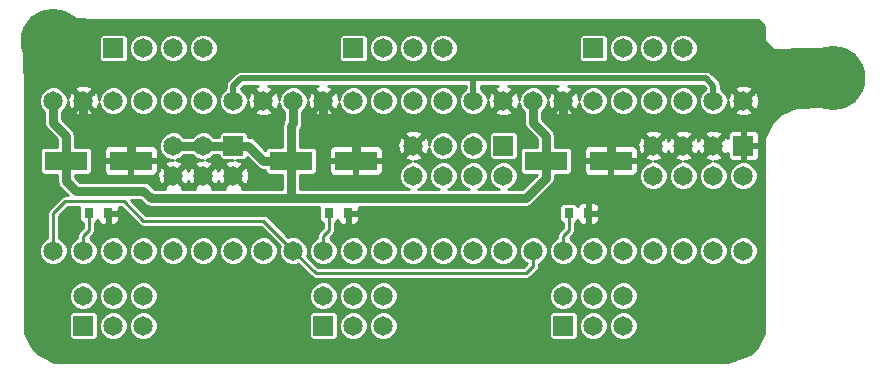
<source format=gtl>
G04 (created by PCBNEW (2013-07-07 BZR 4022)-stable) date 5/12/2014 12:12:32 PM*
%MOIN*%
G04 Gerber Fmt 3.4, Leading zero omitted, Abs format*
%FSLAX34Y34*%
G01*
G70*
G90*
G04 APERTURE LIST*
%ADD10C,0.008*%
%ADD11R,0.0311024X0.0366142*%
%ADD12C,0.065*%
%ADD13R,0.065X0.065*%
%ADD14R,0.1417X0.063*%
%ADD15C,0.215*%
%ADD16C,0.02*%
%ADD17C,0.03*%
%ADD18C,0.01*%
%ADD19C,0.1*%
%ADD20C,0.2*%
G04 APERTURE END LIST*
G54D10*
G54D11*
X47677Y-29250D03*
X48322Y-29250D03*
X39677Y-29250D03*
X40322Y-29250D03*
X31677Y-29250D03*
X32322Y-29250D03*
G54D12*
X46500Y-30500D03*
X47500Y-30500D03*
X48500Y-30500D03*
X49500Y-30500D03*
X50500Y-30500D03*
X51500Y-30500D03*
X52500Y-30500D03*
X53500Y-30500D03*
X53500Y-25500D03*
X52500Y-25500D03*
X51500Y-25500D03*
X50500Y-25500D03*
X49500Y-25500D03*
X48500Y-25500D03*
X47500Y-25500D03*
X46500Y-25500D03*
X38500Y-30500D03*
X39500Y-30500D03*
X40500Y-30500D03*
X41500Y-30500D03*
X42500Y-30500D03*
X43500Y-30500D03*
X44500Y-30500D03*
X45500Y-30500D03*
X45500Y-25500D03*
X44500Y-25500D03*
X43500Y-25500D03*
X42500Y-25500D03*
X41500Y-25500D03*
X40500Y-25500D03*
X39500Y-25500D03*
X38500Y-25500D03*
X30500Y-30500D03*
X31500Y-30500D03*
X32500Y-30500D03*
X33500Y-30500D03*
X34500Y-30500D03*
X35500Y-30500D03*
X36500Y-30500D03*
X37500Y-30500D03*
X37500Y-25500D03*
X36500Y-25500D03*
X35500Y-25500D03*
X34500Y-25500D03*
X33500Y-25500D03*
X32500Y-25500D03*
X31500Y-25500D03*
X30500Y-25500D03*
G54D13*
X47500Y-33000D03*
G54D12*
X47500Y-32000D03*
X48500Y-33000D03*
X48500Y-32000D03*
X49500Y-33000D03*
X49500Y-32000D03*
G54D13*
X39500Y-33000D03*
G54D12*
X39500Y-32000D03*
X40500Y-33000D03*
X40500Y-32000D03*
X41500Y-33000D03*
X41500Y-32000D03*
G54D13*
X31500Y-33000D03*
G54D12*
X31500Y-32000D03*
X32500Y-33000D03*
X32500Y-32000D03*
X33500Y-33000D03*
X33500Y-32000D03*
G54D13*
X48500Y-23750D03*
G54D12*
X49500Y-23750D03*
X50500Y-23750D03*
X51500Y-23750D03*
G54D13*
X40500Y-23750D03*
G54D12*
X41500Y-23750D03*
X42500Y-23750D03*
X43500Y-23750D03*
G54D13*
X32500Y-23750D03*
G54D12*
X33500Y-23750D03*
X34500Y-23750D03*
X35500Y-23750D03*
G54D14*
X46917Y-27500D03*
X49083Y-27500D03*
X38417Y-27500D03*
X40583Y-27500D03*
X30917Y-27500D03*
X33083Y-27500D03*
G54D15*
X30500Y-23500D03*
X56500Y-24750D03*
G54D13*
X53500Y-27000D03*
G54D12*
X53500Y-28000D03*
X52500Y-27000D03*
X52500Y-28000D03*
X51500Y-27000D03*
X51500Y-28000D03*
X50500Y-27000D03*
X50500Y-28000D03*
G54D13*
X45500Y-27000D03*
G54D12*
X45500Y-28000D03*
X44500Y-27000D03*
X44500Y-28000D03*
X43500Y-27000D03*
X43500Y-28000D03*
X42500Y-27000D03*
X42500Y-28000D03*
G54D13*
X36500Y-27000D03*
G54D12*
X36500Y-28000D03*
X35500Y-27000D03*
X35500Y-28000D03*
X34500Y-27000D03*
X34500Y-28000D03*
G54D16*
X44500Y-24750D02*
X52250Y-24750D01*
X52500Y-25000D02*
X52500Y-25500D01*
X52250Y-24750D02*
X52500Y-25000D01*
X36500Y-25500D02*
X36500Y-25000D01*
X44500Y-24750D02*
X44500Y-25500D01*
X36750Y-24750D02*
X44500Y-24750D01*
X36500Y-25000D02*
X36750Y-24750D01*
G54D17*
X38417Y-27500D02*
X38417Y-28750D01*
X38417Y-28750D02*
X38500Y-28750D01*
X38417Y-27500D02*
X37500Y-27500D01*
X37500Y-27500D02*
X37000Y-27000D01*
X31750Y-28500D02*
X33500Y-28500D01*
X30917Y-28167D02*
X31250Y-28500D01*
X31250Y-28500D02*
X31750Y-28500D01*
X30917Y-27500D02*
X30917Y-28167D01*
X33500Y-28500D02*
X33750Y-28750D01*
X33750Y-28750D02*
X38500Y-28750D01*
X38500Y-28750D02*
X41250Y-28750D01*
X46250Y-28750D02*
X41250Y-28750D01*
X46917Y-28083D02*
X46917Y-27500D01*
X46917Y-28083D02*
X46250Y-28750D01*
X46917Y-27500D02*
X46917Y-26667D01*
X46917Y-26667D02*
X46500Y-26250D01*
X46500Y-26250D02*
X46500Y-25500D01*
X38417Y-27500D02*
X38417Y-26333D01*
X38500Y-26250D02*
X38500Y-25500D01*
X38417Y-26333D02*
X38500Y-26250D01*
X30917Y-27500D02*
X30917Y-26667D01*
X30500Y-26250D02*
X30500Y-25500D01*
X30917Y-26667D02*
X30500Y-26250D01*
X37000Y-27000D02*
X36500Y-27000D01*
X34500Y-27000D02*
X35500Y-27000D01*
X35500Y-27000D02*
X36500Y-27000D01*
G54D18*
X37500Y-29500D02*
X33500Y-29500D01*
X32850Y-28850D02*
X31200Y-28850D01*
X33500Y-29500D02*
X32850Y-28850D01*
X46500Y-30500D02*
X46500Y-31000D01*
X39250Y-31250D02*
X38500Y-30500D01*
X46250Y-31250D02*
X39250Y-31250D01*
X46500Y-31000D02*
X46250Y-31250D01*
X30500Y-30500D02*
X30500Y-29250D01*
X30900Y-28850D02*
X31200Y-28850D01*
X30500Y-29250D02*
X30900Y-28850D01*
X37500Y-29500D02*
X38500Y-30500D01*
G54D19*
X30500Y-23500D02*
X30750Y-23250D01*
X30000Y-24000D02*
X30500Y-23500D01*
X30000Y-24500D02*
X30000Y-24000D01*
X31500Y-24500D02*
X30000Y-24500D01*
X31500Y-23250D02*
X31500Y-24500D01*
X30750Y-23250D02*
X31500Y-23250D01*
G54D20*
X56500Y-24750D02*
X55250Y-24750D01*
G54D17*
X33083Y-27500D02*
X33083Y-26833D01*
X31500Y-26000D02*
X31500Y-25500D01*
X32000Y-26500D02*
X31500Y-26000D01*
X32750Y-26500D02*
X32000Y-26500D01*
X33083Y-26833D02*
X32750Y-26500D01*
X40250Y-26500D02*
X40000Y-26500D01*
X40583Y-26833D02*
X40250Y-26500D01*
X40583Y-27500D02*
X40583Y-26833D01*
X39500Y-26000D02*
X39500Y-25500D01*
X40000Y-26500D02*
X39500Y-26000D01*
X49083Y-27500D02*
X49083Y-26833D01*
X47500Y-26000D02*
X47500Y-25500D01*
X48000Y-26500D02*
X47500Y-26000D01*
X48750Y-26500D02*
X48000Y-26500D01*
X49083Y-26833D02*
X48750Y-26500D01*
G54D18*
X39677Y-29250D02*
X39677Y-29822D01*
X39500Y-30000D02*
X39500Y-30500D01*
X39677Y-29822D02*
X39500Y-30000D01*
X31677Y-29250D02*
X31677Y-29822D01*
X31500Y-30000D02*
X31500Y-30500D01*
X31677Y-29822D02*
X31500Y-30000D01*
X47677Y-29250D02*
X47677Y-29822D01*
X47500Y-30000D02*
X47500Y-30500D01*
X47677Y-29822D02*
X47500Y-30000D01*
G54D10*
G36*
X56576Y-24755D02*
X56505Y-24826D01*
X56500Y-24820D01*
X56429Y-24891D01*
X56429Y-24750D01*
X55581Y-23902D01*
X55419Y-24026D01*
X55225Y-24495D01*
X55224Y-25002D01*
X55418Y-25471D01*
X55419Y-25473D01*
X55581Y-25597D01*
X56429Y-24750D01*
X56429Y-24891D01*
X55652Y-25668D01*
X55676Y-25700D01*
X55238Y-25700D01*
X54720Y-25958D01*
X54458Y-26220D01*
X54200Y-26738D01*
X54200Y-33238D01*
X54029Y-33578D01*
X54029Y-25575D01*
X54018Y-25367D01*
X53960Y-25227D01*
X53876Y-25194D01*
X53805Y-25264D01*
X53805Y-25123D01*
X53772Y-25039D01*
X53575Y-24970D01*
X53367Y-24981D01*
X53227Y-25039D01*
X53194Y-25123D01*
X53500Y-25429D01*
X53805Y-25123D01*
X53805Y-25264D01*
X53570Y-25500D01*
X53876Y-25805D01*
X53960Y-25772D01*
X54029Y-25575D01*
X54029Y-33578D01*
X54025Y-33588D01*
X54025Y-27285D01*
X54025Y-26714D01*
X54024Y-26635D01*
X53994Y-26561D01*
X53938Y-26505D01*
X53864Y-26474D01*
X53805Y-26474D01*
X53805Y-25876D01*
X53500Y-25570D01*
X53429Y-25641D01*
X53429Y-25500D01*
X53123Y-25194D01*
X53039Y-25227D01*
X52975Y-25410D01*
X52975Y-25405D01*
X52902Y-25231D01*
X52769Y-25097D01*
X52750Y-25089D01*
X52750Y-25000D01*
X52730Y-24904D01*
X52730Y-24904D01*
X52676Y-24823D01*
X52676Y-24823D01*
X52426Y-24573D01*
X52345Y-24519D01*
X52250Y-24500D01*
X51975Y-24500D01*
X51975Y-23655D01*
X51902Y-23481D01*
X51769Y-23347D01*
X51594Y-23275D01*
X51405Y-23274D01*
X51231Y-23347D01*
X51097Y-23480D01*
X51025Y-23655D01*
X51024Y-23844D01*
X51097Y-24018D01*
X51230Y-24152D01*
X51405Y-24224D01*
X51594Y-24225D01*
X51768Y-24152D01*
X51902Y-24019D01*
X51974Y-23844D01*
X51975Y-23655D01*
X51975Y-24500D01*
X50975Y-24500D01*
X50975Y-23655D01*
X50902Y-23481D01*
X50769Y-23347D01*
X50594Y-23275D01*
X50405Y-23274D01*
X50231Y-23347D01*
X50097Y-23480D01*
X50025Y-23655D01*
X50024Y-23844D01*
X50097Y-24018D01*
X50230Y-24152D01*
X50405Y-24224D01*
X50594Y-24225D01*
X50768Y-24152D01*
X50902Y-24019D01*
X50974Y-23844D01*
X50975Y-23655D01*
X50975Y-24500D01*
X49975Y-24500D01*
X49975Y-23655D01*
X49902Y-23481D01*
X49769Y-23347D01*
X49594Y-23275D01*
X49405Y-23274D01*
X49231Y-23347D01*
X49097Y-23480D01*
X49025Y-23655D01*
X49024Y-23844D01*
X49097Y-24018D01*
X49230Y-24152D01*
X49405Y-24224D01*
X49594Y-24225D01*
X49768Y-24152D01*
X49902Y-24019D01*
X49974Y-23844D01*
X49975Y-23655D01*
X49975Y-24500D01*
X48975Y-24500D01*
X48975Y-24045D01*
X48975Y-23395D01*
X48952Y-23340D01*
X48910Y-23297D01*
X48854Y-23275D01*
X48795Y-23274D01*
X48145Y-23274D01*
X48090Y-23297D01*
X48047Y-23339D01*
X48025Y-23395D01*
X48024Y-23454D01*
X48024Y-24104D01*
X48047Y-24159D01*
X48089Y-24202D01*
X48145Y-24224D01*
X48204Y-24225D01*
X48854Y-24225D01*
X48909Y-24202D01*
X48952Y-24160D01*
X48974Y-24104D01*
X48975Y-24045D01*
X48975Y-24500D01*
X44500Y-24500D01*
X43975Y-24500D01*
X43975Y-23655D01*
X43902Y-23481D01*
X43769Y-23347D01*
X43594Y-23275D01*
X43405Y-23274D01*
X43231Y-23347D01*
X43097Y-23480D01*
X43025Y-23655D01*
X43024Y-23844D01*
X43097Y-24018D01*
X43230Y-24152D01*
X43405Y-24224D01*
X43594Y-24225D01*
X43768Y-24152D01*
X43902Y-24019D01*
X43974Y-23844D01*
X43975Y-23655D01*
X43975Y-24500D01*
X42975Y-24500D01*
X42975Y-23655D01*
X42902Y-23481D01*
X42769Y-23347D01*
X42594Y-23275D01*
X42405Y-23274D01*
X42231Y-23347D01*
X42097Y-23480D01*
X42025Y-23655D01*
X42024Y-23844D01*
X42097Y-24018D01*
X42230Y-24152D01*
X42405Y-24224D01*
X42594Y-24225D01*
X42768Y-24152D01*
X42902Y-24019D01*
X42974Y-23844D01*
X42975Y-23655D01*
X42975Y-24500D01*
X41975Y-24500D01*
X41975Y-23655D01*
X41902Y-23481D01*
X41769Y-23347D01*
X41594Y-23275D01*
X41405Y-23274D01*
X41231Y-23347D01*
X41097Y-23480D01*
X41025Y-23655D01*
X41024Y-23844D01*
X41097Y-24018D01*
X41230Y-24152D01*
X41405Y-24224D01*
X41594Y-24225D01*
X41768Y-24152D01*
X41902Y-24019D01*
X41974Y-23844D01*
X41975Y-23655D01*
X41975Y-24500D01*
X40975Y-24500D01*
X40975Y-24045D01*
X40975Y-23395D01*
X40952Y-23340D01*
X40910Y-23297D01*
X40854Y-23275D01*
X40795Y-23274D01*
X40145Y-23274D01*
X40090Y-23297D01*
X40047Y-23339D01*
X40025Y-23395D01*
X40024Y-23454D01*
X40024Y-24104D01*
X40047Y-24159D01*
X40089Y-24202D01*
X40145Y-24224D01*
X40204Y-24225D01*
X40854Y-24225D01*
X40909Y-24202D01*
X40952Y-24160D01*
X40974Y-24104D01*
X40975Y-24045D01*
X40975Y-24500D01*
X36750Y-24500D01*
X36654Y-24519D01*
X36573Y-24573D01*
X36573Y-24573D01*
X36323Y-24823D01*
X36269Y-24904D01*
X36250Y-25000D01*
X36250Y-25089D01*
X36231Y-25097D01*
X36097Y-25230D01*
X36025Y-25405D01*
X36024Y-25594D01*
X36097Y-25768D01*
X36230Y-25902D01*
X36405Y-25974D01*
X36594Y-25975D01*
X36768Y-25902D01*
X36902Y-25769D01*
X36974Y-25594D01*
X36974Y-25514D01*
X36981Y-25632D01*
X37039Y-25772D01*
X37123Y-25805D01*
X37429Y-25500D01*
X37123Y-25194D01*
X37039Y-25227D01*
X36975Y-25410D01*
X36975Y-25405D01*
X36902Y-25231D01*
X36769Y-25097D01*
X36759Y-25093D01*
X36853Y-25000D01*
X37322Y-25000D01*
X37227Y-25039D01*
X37194Y-25123D01*
X37500Y-25429D01*
X37805Y-25123D01*
X37772Y-25039D01*
X37660Y-25000D01*
X39322Y-25000D01*
X39227Y-25039D01*
X39194Y-25123D01*
X39500Y-25429D01*
X39805Y-25123D01*
X39772Y-25039D01*
X39660Y-25000D01*
X44250Y-25000D01*
X44250Y-25089D01*
X44231Y-25097D01*
X44097Y-25230D01*
X44025Y-25405D01*
X44024Y-25594D01*
X44097Y-25768D01*
X44230Y-25902D01*
X44405Y-25974D01*
X44594Y-25975D01*
X44768Y-25902D01*
X44902Y-25769D01*
X44974Y-25594D01*
X44974Y-25514D01*
X44981Y-25632D01*
X45039Y-25772D01*
X45123Y-25805D01*
X45429Y-25500D01*
X45123Y-25194D01*
X45039Y-25227D01*
X44975Y-25410D01*
X44975Y-25405D01*
X44902Y-25231D01*
X44769Y-25097D01*
X44750Y-25089D01*
X44750Y-25000D01*
X45322Y-25000D01*
X45227Y-25039D01*
X45194Y-25123D01*
X45500Y-25429D01*
X45805Y-25123D01*
X45772Y-25039D01*
X45660Y-25000D01*
X47322Y-25000D01*
X47227Y-25039D01*
X47194Y-25123D01*
X47500Y-25429D01*
X47805Y-25123D01*
X47772Y-25039D01*
X47660Y-25000D01*
X52146Y-25000D01*
X52239Y-25093D01*
X52231Y-25097D01*
X52097Y-25230D01*
X52025Y-25405D01*
X52024Y-25594D01*
X52097Y-25768D01*
X52230Y-25902D01*
X52405Y-25974D01*
X52594Y-25975D01*
X52768Y-25902D01*
X52902Y-25769D01*
X52974Y-25594D01*
X52974Y-25514D01*
X52981Y-25632D01*
X53039Y-25772D01*
X53123Y-25805D01*
X53429Y-25500D01*
X53429Y-25641D01*
X53194Y-25876D01*
X53227Y-25960D01*
X53424Y-26029D01*
X53632Y-26018D01*
X53772Y-25960D01*
X53805Y-25876D01*
X53805Y-26474D01*
X53600Y-26475D01*
X53550Y-26525D01*
X53550Y-26950D01*
X53975Y-26950D01*
X54025Y-26900D01*
X54025Y-26714D01*
X54025Y-27285D01*
X54025Y-27100D01*
X53975Y-27050D01*
X53550Y-27050D01*
X53550Y-27475D01*
X53600Y-27525D01*
X53864Y-27525D01*
X53938Y-27494D01*
X53994Y-27438D01*
X54024Y-27364D01*
X54025Y-27285D01*
X54025Y-33588D01*
X53975Y-33688D01*
X53975Y-30405D01*
X53975Y-27905D01*
X53902Y-27731D01*
X53769Y-27597D01*
X53594Y-27525D01*
X53450Y-27524D01*
X53450Y-27475D01*
X53450Y-27050D01*
X53442Y-27050D01*
X53442Y-26950D01*
X53450Y-26950D01*
X53450Y-26525D01*
X53400Y-26475D01*
X53135Y-26474D01*
X53061Y-26505D01*
X53005Y-26561D01*
X52975Y-26635D01*
X52974Y-26714D01*
X52974Y-26762D01*
X52960Y-26727D01*
X52876Y-26694D01*
X52805Y-26764D01*
X52805Y-26623D01*
X52772Y-26539D01*
X52575Y-26470D01*
X52367Y-26481D01*
X52227Y-26539D01*
X52194Y-26623D01*
X52500Y-26929D01*
X52805Y-26623D01*
X52805Y-26764D01*
X52570Y-27000D01*
X52876Y-27305D01*
X52960Y-27272D01*
X52974Y-27231D01*
X52974Y-27285D01*
X52975Y-27364D01*
X53005Y-27438D01*
X53061Y-27494D01*
X53135Y-27525D01*
X53400Y-27525D01*
X53450Y-27475D01*
X53450Y-27524D01*
X53405Y-27524D01*
X53231Y-27597D01*
X53097Y-27730D01*
X53025Y-27905D01*
X53024Y-28094D01*
X53097Y-28268D01*
X53230Y-28402D01*
X53405Y-28474D01*
X53594Y-28475D01*
X53768Y-28402D01*
X53902Y-28269D01*
X53974Y-28094D01*
X53975Y-27905D01*
X53975Y-30405D01*
X53902Y-30231D01*
X53769Y-30097D01*
X53594Y-30025D01*
X53405Y-30024D01*
X53231Y-30097D01*
X53097Y-30230D01*
X53025Y-30405D01*
X53024Y-30594D01*
X53097Y-30768D01*
X53230Y-30902D01*
X53405Y-30974D01*
X53594Y-30975D01*
X53768Y-30902D01*
X53902Y-30769D01*
X53974Y-30594D01*
X53975Y-30405D01*
X53975Y-33688D01*
X53958Y-33720D01*
X53722Y-33956D01*
X52991Y-34200D01*
X52975Y-34200D01*
X52975Y-30405D01*
X52975Y-27905D01*
X52902Y-27731D01*
X52769Y-27597D01*
X52594Y-27525D01*
X52514Y-27525D01*
X52632Y-27518D01*
X52772Y-27460D01*
X52805Y-27376D01*
X52500Y-27070D01*
X52429Y-27141D01*
X52429Y-27000D01*
X52123Y-26694D01*
X52039Y-26727D01*
X52003Y-26830D01*
X51975Y-26762D01*
X51975Y-25405D01*
X51902Y-25231D01*
X51769Y-25097D01*
X51594Y-25025D01*
X51405Y-25024D01*
X51231Y-25097D01*
X51097Y-25230D01*
X51025Y-25405D01*
X51024Y-25594D01*
X51097Y-25768D01*
X51230Y-25902D01*
X51405Y-25974D01*
X51594Y-25975D01*
X51768Y-25902D01*
X51902Y-25769D01*
X51974Y-25594D01*
X51975Y-25405D01*
X51975Y-26762D01*
X51960Y-26727D01*
X51876Y-26694D01*
X51805Y-26764D01*
X51805Y-26623D01*
X51772Y-26539D01*
X51575Y-26470D01*
X51367Y-26481D01*
X51227Y-26539D01*
X51194Y-26623D01*
X51500Y-26929D01*
X51805Y-26623D01*
X51805Y-26764D01*
X51570Y-27000D01*
X51876Y-27305D01*
X51960Y-27272D01*
X51996Y-27169D01*
X52039Y-27272D01*
X52123Y-27305D01*
X52429Y-27000D01*
X52429Y-27141D01*
X52194Y-27376D01*
X52227Y-27460D01*
X52410Y-27524D01*
X52405Y-27524D01*
X52231Y-27597D01*
X52097Y-27730D01*
X52025Y-27905D01*
X52024Y-28094D01*
X52097Y-28268D01*
X52230Y-28402D01*
X52405Y-28474D01*
X52594Y-28475D01*
X52768Y-28402D01*
X52902Y-28269D01*
X52974Y-28094D01*
X52975Y-27905D01*
X52975Y-30405D01*
X52902Y-30231D01*
X52769Y-30097D01*
X52594Y-30025D01*
X52405Y-30024D01*
X52231Y-30097D01*
X52097Y-30230D01*
X52025Y-30405D01*
X52024Y-30594D01*
X52097Y-30768D01*
X52230Y-30902D01*
X52405Y-30974D01*
X52594Y-30975D01*
X52768Y-30902D01*
X52902Y-30769D01*
X52974Y-30594D01*
X52975Y-30405D01*
X52975Y-34200D01*
X51975Y-34200D01*
X51975Y-30405D01*
X51975Y-27905D01*
X51902Y-27731D01*
X51769Y-27597D01*
X51594Y-27525D01*
X51514Y-27525D01*
X51632Y-27518D01*
X51772Y-27460D01*
X51805Y-27376D01*
X51500Y-27070D01*
X51429Y-27141D01*
X51429Y-27000D01*
X51123Y-26694D01*
X51039Y-26727D01*
X51003Y-26830D01*
X50975Y-26762D01*
X50975Y-25405D01*
X50902Y-25231D01*
X50769Y-25097D01*
X50594Y-25025D01*
X50405Y-25024D01*
X50231Y-25097D01*
X50097Y-25230D01*
X50025Y-25405D01*
X50024Y-25594D01*
X50097Y-25768D01*
X50230Y-25902D01*
X50405Y-25974D01*
X50594Y-25975D01*
X50768Y-25902D01*
X50902Y-25769D01*
X50974Y-25594D01*
X50975Y-25405D01*
X50975Y-26762D01*
X50960Y-26727D01*
X50876Y-26694D01*
X50805Y-26764D01*
X50805Y-26623D01*
X50772Y-26539D01*
X50575Y-26470D01*
X50367Y-26481D01*
X50227Y-26539D01*
X50194Y-26623D01*
X50500Y-26929D01*
X50805Y-26623D01*
X50805Y-26764D01*
X50570Y-27000D01*
X50876Y-27305D01*
X50960Y-27272D01*
X50996Y-27169D01*
X51039Y-27272D01*
X51123Y-27305D01*
X51429Y-27000D01*
X51429Y-27141D01*
X51194Y-27376D01*
X51227Y-27460D01*
X51410Y-27524D01*
X51405Y-27524D01*
X51231Y-27597D01*
X51097Y-27730D01*
X51025Y-27905D01*
X51024Y-28094D01*
X51097Y-28268D01*
X51230Y-28402D01*
X51405Y-28474D01*
X51594Y-28475D01*
X51768Y-28402D01*
X51902Y-28269D01*
X51974Y-28094D01*
X51975Y-27905D01*
X51975Y-30405D01*
X51902Y-30231D01*
X51769Y-30097D01*
X51594Y-30025D01*
X51405Y-30024D01*
X51231Y-30097D01*
X51097Y-30230D01*
X51025Y-30405D01*
X51024Y-30594D01*
X51097Y-30768D01*
X51230Y-30902D01*
X51405Y-30974D01*
X51594Y-30975D01*
X51768Y-30902D01*
X51902Y-30769D01*
X51974Y-30594D01*
X51975Y-30405D01*
X51975Y-34200D01*
X50975Y-34200D01*
X50975Y-30405D01*
X50975Y-27905D01*
X50902Y-27731D01*
X50769Y-27597D01*
X50594Y-27525D01*
X50514Y-27525D01*
X50632Y-27518D01*
X50772Y-27460D01*
X50805Y-27376D01*
X50500Y-27070D01*
X50429Y-27141D01*
X50429Y-27000D01*
X50123Y-26694D01*
X50039Y-26727D01*
X49975Y-26910D01*
X49975Y-25405D01*
X49902Y-25231D01*
X49769Y-25097D01*
X49594Y-25025D01*
X49405Y-25024D01*
X49231Y-25097D01*
X49097Y-25230D01*
X49025Y-25405D01*
X49024Y-25594D01*
X49097Y-25768D01*
X49230Y-25902D01*
X49405Y-25974D01*
X49594Y-25975D01*
X49768Y-25902D01*
X49902Y-25769D01*
X49974Y-25594D01*
X49975Y-25405D01*
X49975Y-26910D01*
X49970Y-26924D01*
X49980Y-27119D01*
X49960Y-27071D01*
X49904Y-27015D01*
X49831Y-26984D01*
X49183Y-26985D01*
X49133Y-27035D01*
X49133Y-27450D01*
X49941Y-27450D01*
X49991Y-27400D01*
X49991Y-27224D01*
X49991Y-27156D01*
X50039Y-27272D01*
X50123Y-27305D01*
X50429Y-27000D01*
X50429Y-27141D01*
X50194Y-27376D01*
X50227Y-27460D01*
X50410Y-27524D01*
X50405Y-27524D01*
X50231Y-27597D01*
X50097Y-27730D01*
X50025Y-27905D01*
X50024Y-28094D01*
X50097Y-28268D01*
X50230Y-28402D01*
X50405Y-28474D01*
X50594Y-28475D01*
X50768Y-28402D01*
X50902Y-28269D01*
X50974Y-28094D01*
X50975Y-27905D01*
X50975Y-30405D01*
X50902Y-30231D01*
X50769Y-30097D01*
X50594Y-30025D01*
X50405Y-30024D01*
X50231Y-30097D01*
X50097Y-30230D01*
X50025Y-30405D01*
X50024Y-30594D01*
X50097Y-30768D01*
X50230Y-30902D01*
X50405Y-30974D01*
X50594Y-30975D01*
X50768Y-30902D01*
X50902Y-30769D01*
X50974Y-30594D01*
X50975Y-30405D01*
X50975Y-34200D01*
X50250Y-34200D01*
X49991Y-34200D01*
X49991Y-27775D01*
X49991Y-27600D01*
X49941Y-27550D01*
X49133Y-27550D01*
X49133Y-27965D01*
X49183Y-28015D01*
X49831Y-28015D01*
X49904Y-27984D01*
X49960Y-27928D01*
X49991Y-27854D01*
X49991Y-27775D01*
X49991Y-34200D01*
X49975Y-34200D01*
X49975Y-32905D01*
X49975Y-31905D01*
X49975Y-30405D01*
X49902Y-30231D01*
X49769Y-30097D01*
X49594Y-30025D01*
X49405Y-30024D01*
X49231Y-30097D01*
X49097Y-30230D01*
X49033Y-30386D01*
X49033Y-27965D01*
X49033Y-27550D01*
X49033Y-27450D01*
X49033Y-27035D01*
X48983Y-26985D01*
X48975Y-26984D01*
X48975Y-25405D01*
X48902Y-25231D01*
X48769Y-25097D01*
X48594Y-25025D01*
X48405Y-25024D01*
X48231Y-25097D01*
X48097Y-25230D01*
X48025Y-25405D01*
X48025Y-25485D01*
X48018Y-25367D01*
X47960Y-25227D01*
X47876Y-25194D01*
X47570Y-25500D01*
X47876Y-25805D01*
X47960Y-25772D01*
X48024Y-25589D01*
X48024Y-25594D01*
X48097Y-25768D01*
X48230Y-25902D01*
X48405Y-25974D01*
X48594Y-25975D01*
X48768Y-25902D01*
X48902Y-25769D01*
X48974Y-25594D01*
X48975Y-25405D01*
X48975Y-26984D01*
X48334Y-26984D01*
X48261Y-27015D01*
X48205Y-27071D01*
X48174Y-27145D01*
X48174Y-27224D01*
X48174Y-27400D01*
X48224Y-27450D01*
X49033Y-27450D01*
X49033Y-27550D01*
X48224Y-27550D01*
X48174Y-27600D01*
X48174Y-27775D01*
X48174Y-27854D01*
X48205Y-27928D01*
X48261Y-27984D01*
X48334Y-28015D01*
X48983Y-28015D01*
X49033Y-27965D01*
X49033Y-30386D01*
X49025Y-30405D01*
X49024Y-30594D01*
X49097Y-30768D01*
X49230Y-30902D01*
X49405Y-30974D01*
X49594Y-30975D01*
X49768Y-30902D01*
X49902Y-30769D01*
X49974Y-30594D01*
X49975Y-30405D01*
X49975Y-31905D01*
X49902Y-31731D01*
X49769Y-31597D01*
X49594Y-31525D01*
X49405Y-31524D01*
X49231Y-31597D01*
X49097Y-31730D01*
X49025Y-31905D01*
X49024Y-32094D01*
X49097Y-32268D01*
X49230Y-32402D01*
X49405Y-32474D01*
X49594Y-32475D01*
X49768Y-32402D01*
X49902Y-32269D01*
X49974Y-32094D01*
X49975Y-31905D01*
X49975Y-32905D01*
X49902Y-32731D01*
X49769Y-32597D01*
X49594Y-32525D01*
X49405Y-32524D01*
X49231Y-32597D01*
X49097Y-32730D01*
X49025Y-32905D01*
X49024Y-33094D01*
X49097Y-33268D01*
X49230Y-33402D01*
X49405Y-33474D01*
X49594Y-33475D01*
X49768Y-33402D01*
X49902Y-33269D01*
X49974Y-33094D01*
X49975Y-32905D01*
X49975Y-34200D01*
X48975Y-34200D01*
X48975Y-32905D01*
X48975Y-31905D01*
X48975Y-30405D01*
X48902Y-30231D01*
X48769Y-30097D01*
X48678Y-30059D01*
X48678Y-29393D01*
X48678Y-29106D01*
X48678Y-29026D01*
X48647Y-28953D01*
X48591Y-28897D01*
X48517Y-28866D01*
X48422Y-28866D01*
X48372Y-28916D01*
X48372Y-29200D01*
X48628Y-29200D01*
X48678Y-29150D01*
X48678Y-29106D01*
X48678Y-29393D01*
X48678Y-29350D01*
X48628Y-29300D01*
X48372Y-29300D01*
X48372Y-29583D01*
X48422Y-29633D01*
X48517Y-29633D01*
X48591Y-29602D01*
X48647Y-29546D01*
X48678Y-29473D01*
X48678Y-29393D01*
X48678Y-30059D01*
X48594Y-30025D01*
X48405Y-30024D01*
X48272Y-30079D01*
X48272Y-29583D01*
X48272Y-29300D01*
X48264Y-29300D01*
X48264Y-29200D01*
X48272Y-29200D01*
X48272Y-28916D01*
X48222Y-28866D01*
X48127Y-28866D01*
X48054Y-28897D01*
X47997Y-28953D01*
X47972Y-29013D01*
X47959Y-28982D01*
X47917Y-28939D01*
X47862Y-28916D01*
X47805Y-28916D01*
X47805Y-25876D01*
X47500Y-25570D01*
X47194Y-25876D01*
X47227Y-25960D01*
X47424Y-26029D01*
X47632Y-26018D01*
X47772Y-25960D01*
X47805Y-25876D01*
X47805Y-28916D01*
X47802Y-28916D01*
X47775Y-28916D01*
X47775Y-27785D01*
X47775Y-27155D01*
X47752Y-27100D01*
X47710Y-27057D01*
X47655Y-27035D01*
X47595Y-27034D01*
X47217Y-27034D01*
X47217Y-26667D01*
X47216Y-26666D01*
X47194Y-26552D01*
X47129Y-26454D01*
X47129Y-26454D01*
X46800Y-26125D01*
X46800Y-25871D01*
X46902Y-25769D01*
X46974Y-25594D01*
X46974Y-25514D01*
X46981Y-25632D01*
X47039Y-25772D01*
X47123Y-25805D01*
X47429Y-25500D01*
X47123Y-25194D01*
X47039Y-25227D01*
X46975Y-25410D01*
X46975Y-25405D01*
X46902Y-25231D01*
X46769Y-25097D01*
X46594Y-25025D01*
X46405Y-25024D01*
X46231Y-25097D01*
X46097Y-25230D01*
X46025Y-25405D01*
X46025Y-25485D01*
X46018Y-25367D01*
X45960Y-25227D01*
X45876Y-25194D01*
X45570Y-25500D01*
X45876Y-25805D01*
X45960Y-25772D01*
X46024Y-25589D01*
X46024Y-25594D01*
X46097Y-25768D01*
X46200Y-25871D01*
X46200Y-26250D01*
X46222Y-26364D01*
X46287Y-26462D01*
X46617Y-26791D01*
X46617Y-27034D01*
X46178Y-27034D01*
X46123Y-27057D01*
X46081Y-27099D01*
X46058Y-27155D01*
X46058Y-27214D01*
X46058Y-27844D01*
X46081Y-27899D01*
X46123Y-27942D01*
X46178Y-27964D01*
X46238Y-27965D01*
X46610Y-27965D01*
X46125Y-28450D01*
X45654Y-28450D01*
X45768Y-28402D01*
X45902Y-28269D01*
X45974Y-28094D01*
X45975Y-27905D01*
X45975Y-27905D01*
X45975Y-27295D01*
X45975Y-26645D01*
X45952Y-26590D01*
X45910Y-26547D01*
X45854Y-26525D01*
X45805Y-26524D01*
X45805Y-25876D01*
X45500Y-25570D01*
X45194Y-25876D01*
X45227Y-25960D01*
X45424Y-26029D01*
X45632Y-26018D01*
X45772Y-25960D01*
X45805Y-25876D01*
X45805Y-26524D01*
X45795Y-26524D01*
X45145Y-26524D01*
X45090Y-26547D01*
X45047Y-26589D01*
X45025Y-26645D01*
X45024Y-26704D01*
X45024Y-27354D01*
X45047Y-27409D01*
X45089Y-27452D01*
X45145Y-27474D01*
X45204Y-27475D01*
X45854Y-27475D01*
X45909Y-27452D01*
X45952Y-27410D01*
X45974Y-27354D01*
X45975Y-27295D01*
X45975Y-27905D01*
X45902Y-27731D01*
X45769Y-27597D01*
X45594Y-27525D01*
X45405Y-27524D01*
X45231Y-27597D01*
X45097Y-27730D01*
X45025Y-27905D01*
X45024Y-28094D01*
X45097Y-28268D01*
X45230Y-28402D01*
X45345Y-28450D01*
X44654Y-28450D01*
X44768Y-28402D01*
X44902Y-28269D01*
X44974Y-28094D01*
X44975Y-27905D01*
X44975Y-26905D01*
X44902Y-26731D01*
X44769Y-26597D01*
X44594Y-26525D01*
X44405Y-26524D01*
X44231Y-26597D01*
X44097Y-26730D01*
X44025Y-26905D01*
X44024Y-27094D01*
X44097Y-27268D01*
X44230Y-27402D01*
X44405Y-27474D01*
X44594Y-27475D01*
X44768Y-27402D01*
X44902Y-27269D01*
X44974Y-27094D01*
X44975Y-26905D01*
X44975Y-27905D01*
X44902Y-27731D01*
X44769Y-27597D01*
X44594Y-27525D01*
X44405Y-27524D01*
X44231Y-27597D01*
X44097Y-27730D01*
X44025Y-27905D01*
X44024Y-28094D01*
X44097Y-28268D01*
X44230Y-28402D01*
X44345Y-28450D01*
X43654Y-28450D01*
X43768Y-28402D01*
X43902Y-28269D01*
X43974Y-28094D01*
X43975Y-27905D01*
X43975Y-26905D01*
X43975Y-25405D01*
X43902Y-25231D01*
X43769Y-25097D01*
X43594Y-25025D01*
X43405Y-25024D01*
X43231Y-25097D01*
X43097Y-25230D01*
X43025Y-25405D01*
X43024Y-25594D01*
X43097Y-25768D01*
X43230Y-25902D01*
X43405Y-25974D01*
X43594Y-25975D01*
X43768Y-25902D01*
X43902Y-25769D01*
X43974Y-25594D01*
X43975Y-25405D01*
X43975Y-26905D01*
X43902Y-26731D01*
X43769Y-26597D01*
X43594Y-26525D01*
X43405Y-26524D01*
X43231Y-26597D01*
X43097Y-26730D01*
X43025Y-26905D01*
X43025Y-26985D01*
X43018Y-26867D01*
X42975Y-26762D01*
X42975Y-25405D01*
X42902Y-25231D01*
X42769Y-25097D01*
X42594Y-25025D01*
X42405Y-25024D01*
X42231Y-25097D01*
X42097Y-25230D01*
X42025Y-25405D01*
X42024Y-25594D01*
X42097Y-25768D01*
X42230Y-25902D01*
X42405Y-25974D01*
X42594Y-25975D01*
X42768Y-25902D01*
X42902Y-25769D01*
X42974Y-25594D01*
X42975Y-25405D01*
X42975Y-26762D01*
X42960Y-26727D01*
X42876Y-26694D01*
X42805Y-26764D01*
X42805Y-26623D01*
X42772Y-26539D01*
X42575Y-26470D01*
X42367Y-26481D01*
X42227Y-26539D01*
X42194Y-26623D01*
X42500Y-26929D01*
X42805Y-26623D01*
X42805Y-26764D01*
X42570Y-27000D01*
X42876Y-27305D01*
X42960Y-27272D01*
X43024Y-27089D01*
X43024Y-27094D01*
X43097Y-27268D01*
X43230Y-27402D01*
X43405Y-27474D01*
X43594Y-27475D01*
X43768Y-27402D01*
X43902Y-27269D01*
X43974Y-27094D01*
X43975Y-26905D01*
X43975Y-27905D01*
X43902Y-27731D01*
X43769Y-27597D01*
X43594Y-27525D01*
X43405Y-27524D01*
X43231Y-27597D01*
X43097Y-27730D01*
X43025Y-27905D01*
X43024Y-28094D01*
X43097Y-28268D01*
X43230Y-28402D01*
X43345Y-28450D01*
X42654Y-28450D01*
X42768Y-28402D01*
X42902Y-28269D01*
X42974Y-28094D01*
X42975Y-27905D01*
X42902Y-27731D01*
X42769Y-27597D01*
X42594Y-27525D01*
X42514Y-27525D01*
X42632Y-27518D01*
X42772Y-27460D01*
X42805Y-27376D01*
X42500Y-27070D01*
X42429Y-27141D01*
X42429Y-27000D01*
X42123Y-26694D01*
X42039Y-26727D01*
X41975Y-26910D01*
X41975Y-25405D01*
X41902Y-25231D01*
X41769Y-25097D01*
X41594Y-25025D01*
X41405Y-25024D01*
X41231Y-25097D01*
X41097Y-25230D01*
X41025Y-25405D01*
X41024Y-25594D01*
X41097Y-25768D01*
X41230Y-25902D01*
X41405Y-25974D01*
X41594Y-25975D01*
X41768Y-25902D01*
X41902Y-25769D01*
X41974Y-25594D01*
X41975Y-25405D01*
X41975Y-26910D01*
X41970Y-26924D01*
X41981Y-27132D01*
X42039Y-27272D01*
X42123Y-27305D01*
X42429Y-27000D01*
X42429Y-27141D01*
X42194Y-27376D01*
X42227Y-27460D01*
X42410Y-27524D01*
X42405Y-27524D01*
X42231Y-27597D01*
X42097Y-27730D01*
X42025Y-27905D01*
X42024Y-28094D01*
X42097Y-28268D01*
X42230Y-28402D01*
X42345Y-28450D01*
X41491Y-28450D01*
X41491Y-27775D01*
X41491Y-27224D01*
X41491Y-27145D01*
X41460Y-27071D01*
X41404Y-27015D01*
X41331Y-26984D01*
X40975Y-26984D01*
X40975Y-25405D01*
X40902Y-25231D01*
X40769Y-25097D01*
X40594Y-25025D01*
X40405Y-25024D01*
X40231Y-25097D01*
X40097Y-25230D01*
X40025Y-25405D01*
X40025Y-25485D01*
X40018Y-25367D01*
X39960Y-25227D01*
X39876Y-25194D01*
X39570Y-25500D01*
X39876Y-25805D01*
X39960Y-25772D01*
X40024Y-25589D01*
X40024Y-25594D01*
X40097Y-25768D01*
X40230Y-25902D01*
X40405Y-25974D01*
X40594Y-25975D01*
X40768Y-25902D01*
X40902Y-25769D01*
X40974Y-25594D01*
X40975Y-25405D01*
X40975Y-26984D01*
X40683Y-26985D01*
X40633Y-27035D01*
X40633Y-27450D01*
X41441Y-27450D01*
X41491Y-27400D01*
X41491Y-27224D01*
X41491Y-27775D01*
X41491Y-27600D01*
X41441Y-27550D01*
X40633Y-27550D01*
X40633Y-27965D01*
X40683Y-28015D01*
X41331Y-28015D01*
X41404Y-27984D01*
X41460Y-27928D01*
X41491Y-27854D01*
X41491Y-27775D01*
X41491Y-28450D01*
X41250Y-28450D01*
X40533Y-28450D01*
X40533Y-27965D01*
X40533Y-27550D01*
X40533Y-27450D01*
X40533Y-27035D01*
X40483Y-26985D01*
X39834Y-26984D01*
X39805Y-26996D01*
X39805Y-25876D01*
X39500Y-25570D01*
X39194Y-25876D01*
X39227Y-25960D01*
X39424Y-26029D01*
X39632Y-26018D01*
X39772Y-25960D01*
X39805Y-25876D01*
X39805Y-26996D01*
X39761Y-27015D01*
X39705Y-27071D01*
X39674Y-27145D01*
X39674Y-27224D01*
X39674Y-27400D01*
X39724Y-27450D01*
X40533Y-27450D01*
X40533Y-27550D01*
X39724Y-27550D01*
X39674Y-27600D01*
X39674Y-27775D01*
X39674Y-27854D01*
X39705Y-27928D01*
X39761Y-27984D01*
X39834Y-28015D01*
X40483Y-28015D01*
X40533Y-27965D01*
X40533Y-28450D01*
X38717Y-28450D01*
X38717Y-27965D01*
X39155Y-27965D01*
X39210Y-27942D01*
X39252Y-27900D01*
X39275Y-27844D01*
X39275Y-27785D01*
X39275Y-27155D01*
X39252Y-27100D01*
X39210Y-27057D01*
X39155Y-27035D01*
X39095Y-27034D01*
X38717Y-27034D01*
X38717Y-26454D01*
X38717Y-26454D01*
X38777Y-26364D01*
X38799Y-26250D01*
X38800Y-26250D01*
X38800Y-25871D01*
X38902Y-25769D01*
X38974Y-25594D01*
X38974Y-25514D01*
X38981Y-25632D01*
X39039Y-25772D01*
X39123Y-25805D01*
X39429Y-25500D01*
X39123Y-25194D01*
X39039Y-25227D01*
X38975Y-25410D01*
X38975Y-25405D01*
X38902Y-25231D01*
X38769Y-25097D01*
X38594Y-25025D01*
X38405Y-25024D01*
X38231Y-25097D01*
X38097Y-25230D01*
X38025Y-25405D01*
X38025Y-25485D01*
X38018Y-25367D01*
X37960Y-25227D01*
X37876Y-25194D01*
X37570Y-25500D01*
X37876Y-25805D01*
X37960Y-25772D01*
X38024Y-25589D01*
X38024Y-25594D01*
X38097Y-25768D01*
X38200Y-25871D01*
X38200Y-26128D01*
X38139Y-26218D01*
X38117Y-26333D01*
X38117Y-27034D01*
X37805Y-27034D01*
X37805Y-25876D01*
X37500Y-25570D01*
X37194Y-25876D01*
X37227Y-25960D01*
X37424Y-26029D01*
X37632Y-26018D01*
X37772Y-25960D01*
X37805Y-25876D01*
X37805Y-27034D01*
X37678Y-27034D01*
X37623Y-27057D01*
X37581Y-27099D01*
X37564Y-27140D01*
X37212Y-26787D01*
X37114Y-26722D01*
X37000Y-26700D01*
X36975Y-26700D01*
X36975Y-26645D01*
X36952Y-26590D01*
X36910Y-26547D01*
X36854Y-26525D01*
X36795Y-26524D01*
X36145Y-26524D01*
X36090Y-26547D01*
X36047Y-26589D01*
X36025Y-26645D01*
X36024Y-26700D01*
X35975Y-26700D01*
X35975Y-25405D01*
X35975Y-23655D01*
X35902Y-23481D01*
X35769Y-23347D01*
X35594Y-23275D01*
X35405Y-23274D01*
X35231Y-23347D01*
X35097Y-23480D01*
X35025Y-23655D01*
X35024Y-23844D01*
X35097Y-24018D01*
X35230Y-24152D01*
X35405Y-24224D01*
X35594Y-24225D01*
X35768Y-24152D01*
X35902Y-24019D01*
X35974Y-23844D01*
X35975Y-23655D01*
X35975Y-25405D01*
X35902Y-25231D01*
X35769Y-25097D01*
X35594Y-25025D01*
X35405Y-25024D01*
X35231Y-25097D01*
X35097Y-25230D01*
X35025Y-25405D01*
X35024Y-25594D01*
X35097Y-25768D01*
X35230Y-25902D01*
X35405Y-25974D01*
X35594Y-25975D01*
X35768Y-25902D01*
X35902Y-25769D01*
X35974Y-25594D01*
X35975Y-25405D01*
X35975Y-26700D01*
X35871Y-26700D01*
X35769Y-26597D01*
X35594Y-26525D01*
X35405Y-26524D01*
X35231Y-26597D01*
X35128Y-26700D01*
X34975Y-26700D01*
X34975Y-25405D01*
X34975Y-23655D01*
X34902Y-23481D01*
X34769Y-23347D01*
X34594Y-23275D01*
X34405Y-23274D01*
X34231Y-23347D01*
X34097Y-23480D01*
X34025Y-23655D01*
X34024Y-23844D01*
X34097Y-24018D01*
X34230Y-24152D01*
X34405Y-24224D01*
X34594Y-24225D01*
X34768Y-24152D01*
X34902Y-24019D01*
X34974Y-23844D01*
X34975Y-23655D01*
X34975Y-25405D01*
X34902Y-25231D01*
X34769Y-25097D01*
X34594Y-25025D01*
X34405Y-25024D01*
X34231Y-25097D01*
X34097Y-25230D01*
X34025Y-25405D01*
X34024Y-25594D01*
X34097Y-25768D01*
X34230Y-25902D01*
X34405Y-25974D01*
X34594Y-25975D01*
X34768Y-25902D01*
X34902Y-25769D01*
X34974Y-25594D01*
X34975Y-25405D01*
X34975Y-26700D01*
X34871Y-26700D01*
X34769Y-26597D01*
X34594Y-26525D01*
X34405Y-26524D01*
X34231Y-26597D01*
X34097Y-26730D01*
X34025Y-26905D01*
X34024Y-27094D01*
X34097Y-27268D01*
X34230Y-27402D01*
X34405Y-27474D01*
X34485Y-27474D01*
X34367Y-27481D01*
X34227Y-27539D01*
X34194Y-27623D01*
X34500Y-27929D01*
X34805Y-27623D01*
X34772Y-27539D01*
X34589Y-27475D01*
X34594Y-27475D01*
X34768Y-27402D01*
X34871Y-27300D01*
X35128Y-27300D01*
X35230Y-27402D01*
X35405Y-27474D01*
X35485Y-27474D01*
X35367Y-27481D01*
X35227Y-27539D01*
X35194Y-27623D01*
X35500Y-27929D01*
X35805Y-27623D01*
X35772Y-27539D01*
X35589Y-27475D01*
X35594Y-27475D01*
X35768Y-27402D01*
X35871Y-27300D01*
X36024Y-27300D01*
X36024Y-27354D01*
X36047Y-27409D01*
X36089Y-27452D01*
X36145Y-27474D01*
X36204Y-27475D01*
X36485Y-27475D01*
X36367Y-27481D01*
X36227Y-27539D01*
X36194Y-27623D01*
X36500Y-27929D01*
X36805Y-27623D01*
X36772Y-27539D01*
X36589Y-27475D01*
X36854Y-27475D01*
X36909Y-27452D01*
X36952Y-27410D01*
X36961Y-27386D01*
X37287Y-27712D01*
X37287Y-27712D01*
X37385Y-27777D01*
X37500Y-27800D01*
X37558Y-27800D01*
X37558Y-27844D01*
X37581Y-27899D01*
X37623Y-27942D01*
X37678Y-27964D01*
X37738Y-27965D01*
X38117Y-27965D01*
X38117Y-28450D01*
X37029Y-28450D01*
X37029Y-28075D01*
X37018Y-27867D01*
X36960Y-27727D01*
X36876Y-27694D01*
X36570Y-28000D01*
X36876Y-28305D01*
X36960Y-28272D01*
X37029Y-28075D01*
X37029Y-28450D01*
X36776Y-28450D01*
X36805Y-28376D01*
X36500Y-28070D01*
X36429Y-28141D01*
X36429Y-28000D01*
X36123Y-27694D01*
X36039Y-27727D01*
X36003Y-27830D01*
X35960Y-27727D01*
X35876Y-27694D01*
X35570Y-28000D01*
X35876Y-28305D01*
X35960Y-28272D01*
X35996Y-28169D01*
X36039Y-28272D01*
X36123Y-28305D01*
X36429Y-28000D01*
X36429Y-28141D01*
X36194Y-28376D01*
X36223Y-28450D01*
X35776Y-28450D01*
X35805Y-28376D01*
X35500Y-28070D01*
X35429Y-28141D01*
X35429Y-28000D01*
X35123Y-27694D01*
X35039Y-27727D01*
X35003Y-27830D01*
X34960Y-27727D01*
X34876Y-27694D01*
X34570Y-28000D01*
X34876Y-28305D01*
X34960Y-28272D01*
X34996Y-28169D01*
X35039Y-28272D01*
X35123Y-28305D01*
X35429Y-28000D01*
X35429Y-28141D01*
X35194Y-28376D01*
X35223Y-28450D01*
X34776Y-28450D01*
X34805Y-28376D01*
X34500Y-28070D01*
X34429Y-28141D01*
X34429Y-28000D01*
X34123Y-27694D01*
X34039Y-27727D01*
X33991Y-27863D01*
X33991Y-27775D01*
X33991Y-27224D01*
X33991Y-27145D01*
X33975Y-27105D01*
X33975Y-25405D01*
X33975Y-23655D01*
X33902Y-23481D01*
X33769Y-23347D01*
X33594Y-23275D01*
X33405Y-23274D01*
X33231Y-23347D01*
X33097Y-23480D01*
X33025Y-23655D01*
X33024Y-23844D01*
X33097Y-24018D01*
X33230Y-24152D01*
X33405Y-24224D01*
X33594Y-24225D01*
X33768Y-24152D01*
X33902Y-24019D01*
X33974Y-23844D01*
X33975Y-23655D01*
X33975Y-25405D01*
X33902Y-25231D01*
X33769Y-25097D01*
X33594Y-25025D01*
X33405Y-25024D01*
X33231Y-25097D01*
X33097Y-25230D01*
X33025Y-25405D01*
X33024Y-25594D01*
X33097Y-25768D01*
X33230Y-25902D01*
X33405Y-25974D01*
X33594Y-25975D01*
X33768Y-25902D01*
X33902Y-25769D01*
X33974Y-25594D01*
X33975Y-25405D01*
X33975Y-27105D01*
X33960Y-27071D01*
X33904Y-27015D01*
X33831Y-26984D01*
X33183Y-26985D01*
X33133Y-27035D01*
X33133Y-27450D01*
X33941Y-27450D01*
X33991Y-27400D01*
X33991Y-27224D01*
X33991Y-27775D01*
X33991Y-27600D01*
X33941Y-27550D01*
X33133Y-27550D01*
X33133Y-27965D01*
X33183Y-28015D01*
X33831Y-28015D01*
X33904Y-27984D01*
X33960Y-27928D01*
X33991Y-27854D01*
X33991Y-27775D01*
X33991Y-27863D01*
X33970Y-27924D01*
X33981Y-28132D01*
X34039Y-28272D01*
X34123Y-28305D01*
X34429Y-28000D01*
X34429Y-28141D01*
X34194Y-28376D01*
X34223Y-28450D01*
X33874Y-28450D01*
X33712Y-28287D01*
X33614Y-28222D01*
X33500Y-28200D01*
X33033Y-28200D01*
X33033Y-27965D01*
X33033Y-27550D01*
X33033Y-27450D01*
X33033Y-27035D01*
X32983Y-26985D01*
X32975Y-26984D01*
X32975Y-25405D01*
X32975Y-25405D01*
X32975Y-24045D01*
X32975Y-23395D01*
X32952Y-23340D01*
X32910Y-23297D01*
X32854Y-23275D01*
X32795Y-23274D01*
X32145Y-23274D01*
X32090Y-23297D01*
X32047Y-23339D01*
X32025Y-23395D01*
X32024Y-23454D01*
X32024Y-24104D01*
X32047Y-24159D01*
X32089Y-24202D01*
X32145Y-24224D01*
X32204Y-24225D01*
X32854Y-24225D01*
X32909Y-24202D01*
X32952Y-24160D01*
X32974Y-24104D01*
X32975Y-24045D01*
X32975Y-25405D01*
X32902Y-25231D01*
X32769Y-25097D01*
X32594Y-25025D01*
X32405Y-25024D01*
X32231Y-25097D01*
X32097Y-25230D01*
X32025Y-25405D01*
X32025Y-25485D01*
X32018Y-25367D01*
X31960Y-25227D01*
X31876Y-25194D01*
X31805Y-25264D01*
X31805Y-25123D01*
X31772Y-25039D01*
X31575Y-24970D01*
X31367Y-24981D01*
X31347Y-24989D01*
X31347Y-24418D01*
X30500Y-23570D01*
X29652Y-24418D01*
X29776Y-24580D01*
X30245Y-24774D01*
X30752Y-24775D01*
X31221Y-24581D01*
X31223Y-24580D01*
X31347Y-24418D01*
X31347Y-24989D01*
X31227Y-25039D01*
X31194Y-25123D01*
X31500Y-25429D01*
X31805Y-25123D01*
X31805Y-25264D01*
X31570Y-25500D01*
X31876Y-25805D01*
X31960Y-25772D01*
X32024Y-25589D01*
X32024Y-25594D01*
X32097Y-25768D01*
X32230Y-25902D01*
X32405Y-25974D01*
X32594Y-25975D01*
X32768Y-25902D01*
X32902Y-25769D01*
X32974Y-25594D01*
X32975Y-25405D01*
X32975Y-26984D01*
X32334Y-26984D01*
X32261Y-27015D01*
X32205Y-27071D01*
X32174Y-27145D01*
X32174Y-27224D01*
X32174Y-27400D01*
X32224Y-27450D01*
X33033Y-27450D01*
X33033Y-27550D01*
X32224Y-27550D01*
X32174Y-27600D01*
X32174Y-27775D01*
X32174Y-27854D01*
X32205Y-27928D01*
X32261Y-27984D01*
X32334Y-28015D01*
X32983Y-28015D01*
X33033Y-27965D01*
X33033Y-28200D01*
X31805Y-28200D01*
X31805Y-25876D01*
X31500Y-25570D01*
X31194Y-25876D01*
X31227Y-25960D01*
X31424Y-26029D01*
X31632Y-26018D01*
X31772Y-25960D01*
X31805Y-25876D01*
X31805Y-28200D01*
X31750Y-28200D01*
X31374Y-28200D01*
X31217Y-28042D01*
X31217Y-27965D01*
X31655Y-27965D01*
X31710Y-27942D01*
X31752Y-27900D01*
X31775Y-27844D01*
X31775Y-27785D01*
X31775Y-27155D01*
X31752Y-27100D01*
X31710Y-27057D01*
X31655Y-27035D01*
X31595Y-27034D01*
X31217Y-27034D01*
X31217Y-26667D01*
X31216Y-26666D01*
X31194Y-26552D01*
X31129Y-26454D01*
X31129Y-26454D01*
X30800Y-26125D01*
X30800Y-25871D01*
X30902Y-25769D01*
X30974Y-25594D01*
X30974Y-25514D01*
X30981Y-25632D01*
X31039Y-25772D01*
X31123Y-25805D01*
X31429Y-25500D01*
X31123Y-25194D01*
X31039Y-25227D01*
X30975Y-25410D01*
X30975Y-25405D01*
X30902Y-25231D01*
X30769Y-25097D01*
X30594Y-25025D01*
X30405Y-25024D01*
X30231Y-25097D01*
X30097Y-25230D01*
X30025Y-25405D01*
X30024Y-25594D01*
X30097Y-25768D01*
X30200Y-25871D01*
X30200Y-26250D01*
X30222Y-26364D01*
X30287Y-26462D01*
X30617Y-26791D01*
X30617Y-27034D01*
X30178Y-27034D01*
X30123Y-27057D01*
X30081Y-27099D01*
X30058Y-27155D01*
X30058Y-27214D01*
X30058Y-27844D01*
X30081Y-27899D01*
X30123Y-27942D01*
X30178Y-27964D01*
X30238Y-27965D01*
X30617Y-27965D01*
X30617Y-28167D01*
X30639Y-28281D01*
X30704Y-28379D01*
X30975Y-28650D01*
X30900Y-28650D01*
X30823Y-28665D01*
X30801Y-28679D01*
X30758Y-28708D01*
X30358Y-29108D01*
X30315Y-29173D01*
X30300Y-29250D01*
X30300Y-30068D01*
X30231Y-30097D01*
X30097Y-30230D01*
X30025Y-30405D01*
X30024Y-30594D01*
X30097Y-30768D01*
X30230Y-30902D01*
X30405Y-30974D01*
X30594Y-30975D01*
X30768Y-30902D01*
X30902Y-30769D01*
X30974Y-30594D01*
X30975Y-30405D01*
X30902Y-30231D01*
X30769Y-30097D01*
X30700Y-30068D01*
X30700Y-29332D01*
X30982Y-29050D01*
X31200Y-29050D01*
X31371Y-29050D01*
X31371Y-29096D01*
X31371Y-29462D01*
X31394Y-29517D01*
X31436Y-29560D01*
X31477Y-29577D01*
X31477Y-29739D01*
X31358Y-29858D01*
X31315Y-29923D01*
X31300Y-30000D01*
X31300Y-30068D01*
X31231Y-30097D01*
X31097Y-30230D01*
X31025Y-30405D01*
X31024Y-30594D01*
X31097Y-30768D01*
X31230Y-30902D01*
X31405Y-30974D01*
X31594Y-30975D01*
X31768Y-30902D01*
X31902Y-30769D01*
X31974Y-30594D01*
X31975Y-30405D01*
X31902Y-30231D01*
X31769Y-30097D01*
X31709Y-30072D01*
X31818Y-29964D01*
X31861Y-29899D01*
X31861Y-29899D01*
X31877Y-29822D01*
X31877Y-29576D01*
X31917Y-29560D01*
X31959Y-29518D01*
X31972Y-29486D01*
X31997Y-29546D01*
X32054Y-29602D01*
X32127Y-29633D01*
X32222Y-29633D01*
X32272Y-29583D01*
X32272Y-29300D01*
X32264Y-29300D01*
X32264Y-29200D01*
X32272Y-29200D01*
X32272Y-29192D01*
X32372Y-29192D01*
X32372Y-29200D01*
X32628Y-29200D01*
X32678Y-29150D01*
X32678Y-29106D01*
X32678Y-29050D01*
X32767Y-29050D01*
X33358Y-29641D01*
X33358Y-29641D01*
X33401Y-29670D01*
X33423Y-29684D01*
X33423Y-29684D01*
X33500Y-29700D01*
X37417Y-29700D01*
X38053Y-30336D01*
X38025Y-30405D01*
X38024Y-30594D01*
X38097Y-30768D01*
X38230Y-30902D01*
X38405Y-30974D01*
X38594Y-30975D01*
X38663Y-30946D01*
X39108Y-31391D01*
X39108Y-31391D01*
X39151Y-31420D01*
X39173Y-31434D01*
X39173Y-31434D01*
X39249Y-31449D01*
X39250Y-31450D01*
X46250Y-31450D01*
X46326Y-31434D01*
X46391Y-31391D01*
X46641Y-31141D01*
X46641Y-31141D01*
X46670Y-31098D01*
X46684Y-31076D01*
X46684Y-31076D01*
X46699Y-31000D01*
X46700Y-31000D01*
X46700Y-30931D01*
X46768Y-30902D01*
X46902Y-30769D01*
X46974Y-30594D01*
X46975Y-30405D01*
X46902Y-30231D01*
X46769Y-30097D01*
X46594Y-30025D01*
X46405Y-30024D01*
X46231Y-30097D01*
X46097Y-30230D01*
X46025Y-30405D01*
X46024Y-30594D01*
X46097Y-30768D01*
X46230Y-30902D01*
X46290Y-30927D01*
X46167Y-31050D01*
X45975Y-31050D01*
X45975Y-30405D01*
X45902Y-30231D01*
X45769Y-30097D01*
X45594Y-30025D01*
X45405Y-30024D01*
X45231Y-30097D01*
X45097Y-30230D01*
X45025Y-30405D01*
X45024Y-30594D01*
X45097Y-30768D01*
X45230Y-30902D01*
X45405Y-30974D01*
X45594Y-30975D01*
X45768Y-30902D01*
X45902Y-30769D01*
X45974Y-30594D01*
X45975Y-30405D01*
X45975Y-31050D01*
X44975Y-31050D01*
X44975Y-30405D01*
X44902Y-30231D01*
X44769Y-30097D01*
X44594Y-30025D01*
X44405Y-30024D01*
X44231Y-30097D01*
X44097Y-30230D01*
X44025Y-30405D01*
X44024Y-30594D01*
X44097Y-30768D01*
X44230Y-30902D01*
X44405Y-30974D01*
X44594Y-30975D01*
X44768Y-30902D01*
X44902Y-30769D01*
X44974Y-30594D01*
X44975Y-30405D01*
X44975Y-31050D01*
X43975Y-31050D01*
X43975Y-30405D01*
X43902Y-30231D01*
X43769Y-30097D01*
X43594Y-30025D01*
X43405Y-30024D01*
X43231Y-30097D01*
X43097Y-30230D01*
X43025Y-30405D01*
X43024Y-30594D01*
X43097Y-30768D01*
X43230Y-30902D01*
X43405Y-30974D01*
X43594Y-30975D01*
X43768Y-30902D01*
X43902Y-30769D01*
X43974Y-30594D01*
X43975Y-30405D01*
X43975Y-31050D01*
X42975Y-31050D01*
X42975Y-30405D01*
X42902Y-30231D01*
X42769Y-30097D01*
X42594Y-30025D01*
X42405Y-30024D01*
X42231Y-30097D01*
X42097Y-30230D01*
X42025Y-30405D01*
X42024Y-30594D01*
X42097Y-30768D01*
X42230Y-30902D01*
X42405Y-30974D01*
X42594Y-30975D01*
X42768Y-30902D01*
X42902Y-30769D01*
X42974Y-30594D01*
X42975Y-30405D01*
X42975Y-31050D01*
X41975Y-31050D01*
X41975Y-30405D01*
X41902Y-30231D01*
X41769Y-30097D01*
X41594Y-30025D01*
X41405Y-30024D01*
X41231Y-30097D01*
X41097Y-30230D01*
X41025Y-30405D01*
X41024Y-30594D01*
X41097Y-30768D01*
X41230Y-30902D01*
X41405Y-30974D01*
X41594Y-30975D01*
X41768Y-30902D01*
X41902Y-30769D01*
X41974Y-30594D01*
X41975Y-30405D01*
X41975Y-31050D01*
X40975Y-31050D01*
X40975Y-30405D01*
X40902Y-30231D01*
X40769Y-30097D01*
X40678Y-30059D01*
X40678Y-29393D01*
X40678Y-29350D01*
X40628Y-29300D01*
X40372Y-29300D01*
X40372Y-29583D01*
X40422Y-29633D01*
X40517Y-29633D01*
X40591Y-29602D01*
X40647Y-29546D01*
X40678Y-29473D01*
X40678Y-29393D01*
X40678Y-30059D01*
X40594Y-30025D01*
X40405Y-30024D01*
X40231Y-30097D01*
X40097Y-30230D01*
X40025Y-30405D01*
X40024Y-30594D01*
X40097Y-30768D01*
X40230Y-30902D01*
X40405Y-30974D01*
X40594Y-30975D01*
X40768Y-30902D01*
X40902Y-30769D01*
X40974Y-30594D01*
X40975Y-30405D01*
X40975Y-31050D01*
X39332Y-31050D01*
X38946Y-30663D01*
X38974Y-30594D01*
X38975Y-30405D01*
X38902Y-30231D01*
X38769Y-30097D01*
X38594Y-30025D01*
X38405Y-30024D01*
X38336Y-30053D01*
X37641Y-29358D01*
X37576Y-29315D01*
X37500Y-29300D01*
X33582Y-29300D01*
X33082Y-28800D01*
X33375Y-28800D01*
X33537Y-28962D01*
X33537Y-28962D01*
X33635Y-29027D01*
X33750Y-29050D01*
X38417Y-29050D01*
X38500Y-29050D01*
X39371Y-29050D01*
X39371Y-29096D01*
X39371Y-29462D01*
X39394Y-29517D01*
X39436Y-29560D01*
X39477Y-29577D01*
X39477Y-29739D01*
X39358Y-29858D01*
X39315Y-29923D01*
X39300Y-30000D01*
X39300Y-30068D01*
X39231Y-30097D01*
X39097Y-30230D01*
X39025Y-30405D01*
X39024Y-30594D01*
X39097Y-30768D01*
X39230Y-30902D01*
X39405Y-30974D01*
X39594Y-30975D01*
X39768Y-30902D01*
X39902Y-30769D01*
X39974Y-30594D01*
X39975Y-30405D01*
X39902Y-30231D01*
X39769Y-30097D01*
X39709Y-30072D01*
X39818Y-29964D01*
X39861Y-29899D01*
X39861Y-29899D01*
X39877Y-29822D01*
X39877Y-29576D01*
X39917Y-29560D01*
X39959Y-29518D01*
X39972Y-29486D01*
X39997Y-29546D01*
X40054Y-29602D01*
X40127Y-29633D01*
X40222Y-29633D01*
X40272Y-29583D01*
X40272Y-29300D01*
X40264Y-29300D01*
X40264Y-29200D01*
X40272Y-29200D01*
X40272Y-29192D01*
X40372Y-29192D01*
X40372Y-29200D01*
X40628Y-29200D01*
X40678Y-29150D01*
X40678Y-29106D01*
X40678Y-29050D01*
X41250Y-29050D01*
X46250Y-29050D01*
X46250Y-29049D01*
X46364Y-29027D01*
X46364Y-29027D01*
X46462Y-28962D01*
X47129Y-28295D01*
X47129Y-28295D01*
X47194Y-28197D01*
X47216Y-28083D01*
X47217Y-28083D01*
X47217Y-27965D01*
X47655Y-27965D01*
X47710Y-27942D01*
X47752Y-27900D01*
X47775Y-27844D01*
X47775Y-27785D01*
X47775Y-28916D01*
X47491Y-28916D01*
X47436Y-28939D01*
X47394Y-28981D01*
X47371Y-29036D01*
X47371Y-29096D01*
X47371Y-29462D01*
X47394Y-29517D01*
X47436Y-29560D01*
X47477Y-29577D01*
X47477Y-29739D01*
X47358Y-29858D01*
X47315Y-29923D01*
X47300Y-30000D01*
X47300Y-30068D01*
X47231Y-30097D01*
X47097Y-30230D01*
X47025Y-30405D01*
X47024Y-30594D01*
X47097Y-30768D01*
X47230Y-30902D01*
X47405Y-30974D01*
X47594Y-30975D01*
X47768Y-30902D01*
X47902Y-30769D01*
X47974Y-30594D01*
X47975Y-30405D01*
X47902Y-30231D01*
X47769Y-30097D01*
X47709Y-30072D01*
X47818Y-29964D01*
X47861Y-29899D01*
X47861Y-29899D01*
X47877Y-29822D01*
X47877Y-29576D01*
X47917Y-29560D01*
X47959Y-29518D01*
X47972Y-29486D01*
X47997Y-29546D01*
X48054Y-29602D01*
X48127Y-29633D01*
X48222Y-29633D01*
X48272Y-29583D01*
X48272Y-30079D01*
X48231Y-30097D01*
X48097Y-30230D01*
X48025Y-30405D01*
X48024Y-30594D01*
X48097Y-30768D01*
X48230Y-30902D01*
X48405Y-30974D01*
X48594Y-30975D01*
X48768Y-30902D01*
X48902Y-30769D01*
X48974Y-30594D01*
X48975Y-30405D01*
X48975Y-31905D01*
X48902Y-31731D01*
X48769Y-31597D01*
X48594Y-31525D01*
X48405Y-31524D01*
X48231Y-31597D01*
X48097Y-31730D01*
X48025Y-31905D01*
X48024Y-32094D01*
X48097Y-32268D01*
X48230Y-32402D01*
X48405Y-32474D01*
X48594Y-32475D01*
X48768Y-32402D01*
X48902Y-32269D01*
X48974Y-32094D01*
X48975Y-31905D01*
X48975Y-32905D01*
X48902Y-32731D01*
X48769Y-32597D01*
X48594Y-32525D01*
X48405Y-32524D01*
X48231Y-32597D01*
X48097Y-32730D01*
X48025Y-32905D01*
X48024Y-33094D01*
X48097Y-33268D01*
X48230Y-33402D01*
X48405Y-33474D01*
X48594Y-33475D01*
X48768Y-33402D01*
X48902Y-33269D01*
X48974Y-33094D01*
X48975Y-32905D01*
X48975Y-34200D01*
X47975Y-34200D01*
X47975Y-31905D01*
X47902Y-31731D01*
X47769Y-31597D01*
X47594Y-31525D01*
X47405Y-31524D01*
X47231Y-31597D01*
X47097Y-31730D01*
X47025Y-31905D01*
X47024Y-32094D01*
X47097Y-32268D01*
X47230Y-32402D01*
X47405Y-32474D01*
X47594Y-32475D01*
X47768Y-32402D01*
X47902Y-32269D01*
X47974Y-32094D01*
X47975Y-31905D01*
X47975Y-34200D01*
X47975Y-34200D01*
X47975Y-33295D01*
X47975Y-32645D01*
X47952Y-32590D01*
X47910Y-32547D01*
X47854Y-32525D01*
X47795Y-32524D01*
X47145Y-32524D01*
X47090Y-32547D01*
X47047Y-32589D01*
X47025Y-32645D01*
X47024Y-32704D01*
X47024Y-33354D01*
X47047Y-33409D01*
X47089Y-33452D01*
X47145Y-33474D01*
X47204Y-33475D01*
X47854Y-33475D01*
X47909Y-33452D01*
X47952Y-33410D01*
X47974Y-33354D01*
X47975Y-33295D01*
X47975Y-34200D01*
X41975Y-34200D01*
X41975Y-32905D01*
X41975Y-31905D01*
X41902Y-31731D01*
X41769Y-31597D01*
X41594Y-31525D01*
X41405Y-31524D01*
X41231Y-31597D01*
X41097Y-31730D01*
X41025Y-31905D01*
X41024Y-32094D01*
X41097Y-32268D01*
X41230Y-32402D01*
X41405Y-32474D01*
X41594Y-32475D01*
X41768Y-32402D01*
X41902Y-32269D01*
X41974Y-32094D01*
X41975Y-31905D01*
X41975Y-32905D01*
X41902Y-32731D01*
X41769Y-32597D01*
X41594Y-32525D01*
X41405Y-32524D01*
X41231Y-32597D01*
X41097Y-32730D01*
X41025Y-32905D01*
X41024Y-33094D01*
X41097Y-33268D01*
X41230Y-33402D01*
X41405Y-33474D01*
X41594Y-33475D01*
X41768Y-33402D01*
X41902Y-33269D01*
X41974Y-33094D01*
X41975Y-32905D01*
X41975Y-34200D01*
X40975Y-34200D01*
X40975Y-32905D01*
X40975Y-31905D01*
X40902Y-31731D01*
X40769Y-31597D01*
X40594Y-31525D01*
X40405Y-31524D01*
X40231Y-31597D01*
X40097Y-31730D01*
X40025Y-31905D01*
X40024Y-32094D01*
X40097Y-32268D01*
X40230Y-32402D01*
X40405Y-32474D01*
X40594Y-32475D01*
X40768Y-32402D01*
X40902Y-32269D01*
X40974Y-32094D01*
X40975Y-31905D01*
X40975Y-32905D01*
X40902Y-32731D01*
X40769Y-32597D01*
X40594Y-32525D01*
X40405Y-32524D01*
X40231Y-32597D01*
X40097Y-32730D01*
X40025Y-32905D01*
X40024Y-33094D01*
X40097Y-33268D01*
X40230Y-33402D01*
X40405Y-33474D01*
X40594Y-33475D01*
X40768Y-33402D01*
X40902Y-33269D01*
X40974Y-33094D01*
X40975Y-32905D01*
X40975Y-34200D01*
X39975Y-34200D01*
X39975Y-31905D01*
X39902Y-31731D01*
X39769Y-31597D01*
X39594Y-31525D01*
X39405Y-31524D01*
X39231Y-31597D01*
X39097Y-31730D01*
X39025Y-31905D01*
X39024Y-32094D01*
X39097Y-32268D01*
X39230Y-32402D01*
X39405Y-32474D01*
X39594Y-32475D01*
X39768Y-32402D01*
X39902Y-32269D01*
X39974Y-32094D01*
X39975Y-31905D01*
X39975Y-34200D01*
X39975Y-34200D01*
X39975Y-33295D01*
X39975Y-32645D01*
X39952Y-32590D01*
X39910Y-32547D01*
X39854Y-32525D01*
X39795Y-32524D01*
X39145Y-32524D01*
X39090Y-32547D01*
X39047Y-32589D01*
X39025Y-32645D01*
X39024Y-32704D01*
X39024Y-33354D01*
X39047Y-33409D01*
X39089Y-33452D01*
X39145Y-33474D01*
X39204Y-33475D01*
X39854Y-33475D01*
X39909Y-33452D01*
X39952Y-33410D01*
X39974Y-33354D01*
X39975Y-33295D01*
X39975Y-34200D01*
X37975Y-34200D01*
X37975Y-30405D01*
X37902Y-30231D01*
X37769Y-30097D01*
X37594Y-30025D01*
X37405Y-30024D01*
X37231Y-30097D01*
X37097Y-30230D01*
X37025Y-30405D01*
X37024Y-30594D01*
X37097Y-30768D01*
X37230Y-30902D01*
X37405Y-30974D01*
X37594Y-30975D01*
X37768Y-30902D01*
X37902Y-30769D01*
X37974Y-30594D01*
X37975Y-30405D01*
X37975Y-34200D01*
X36975Y-34200D01*
X36975Y-30405D01*
X36902Y-30231D01*
X36769Y-30097D01*
X36594Y-30025D01*
X36405Y-30024D01*
X36231Y-30097D01*
X36097Y-30230D01*
X36025Y-30405D01*
X36024Y-30594D01*
X36097Y-30768D01*
X36230Y-30902D01*
X36405Y-30974D01*
X36594Y-30975D01*
X36768Y-30902D01*
X36902Y-30769D01*
X36974Y-30594D01*
X36975Y-30405D01*
X36975Y-34200D01*
X35975Y-34200D01*
X35975Y-30405D01*
X35902Y-30231D01*
X35769Y-30097D01*
X35594Y-30025D01*
X35405Y-30024D01*
X35231Y-30097D01*
X35097Y-30230D01*
X35025Y-30405D01*
X35024Y-30594D01*
X35097Y-30768D01*
X35230Y-30902D01*
X35405Y-30974D01*
X35594Y-30975D01*
X35768Y-30902D01*
X35902Y-30769D01*
X35974Y-30594D01*
X35975Y-30405D01*
X35975Y-34200D01*
X35000Y-34200D01*
X34975Y-34200D01*
X34975Y-30405D01*
X34902Y-30231D01*
X34769Y-30097D01*
X34594Y-30025D01*
X34405Y-30024D01*
X34231Y-30097D01*
X34097Y-30230D01*
X34025Y-30405D01*
X34024Y-30594D01*
X34097Y-30768D01*
X34230Y-30902D01*
X34405Y-30974D01*
X34594Y-30975D01*
X34768Y-30902D01*
X34902Y-30769D01*
X34974Y-30594D01*
X34975Y-30405D01*
X34975Y-34200D01*
X33975Y-34200D01*
X33975Y-32905D01*
X33975Y-31905D01*
X33975Y-30405D01*
X33902Y-30231D01*
X33769Y-30097D01*
X33594Y-30025D01*
X33405Y-30024D01*
X33231Y-30097D01*
X33097Y-30230D01*
X33025Y-30405D01*
X33024Y-30594D01*
X33097Y-30768D01*
X33230Y-30902D01*
X33405Y-30974D01*
X33594Y-30975D01*
X33768Y-30902D01*
X33902Y-30769D01*
X33974Y-30594D01*
X33975Y-30405D01*
X33975Y-31905D01*
X33902Y-31731D01*
X33769Y-31597D01*
X33594Y-31525D01*
X33405Y-31524D01*
X33231Y-31597D01*
X33097Y-31730D01*
X33025Y-31905D01*
X33024Y-32094D01*
X33097Y-32268D01*
X33230Y-32402D01*
X33405Y-32474D01*
X33594Y-32475D01*
X33768Y-32402D01*
X33902Y-32269D01*
X33974Y-32094D01*
X33975Y-31905D01*
X33975Y-32905D01*
X33902Y-32731D01*
X33769Y-32597D01*
X33594Y-32525D01*
X33405Y-32524D01*
X33231Y-32597D01*
X33097Y-32730D01*
X33025Y-32905D01*
X33024Y-33094D01*
X33097Y-33268D01*
X33230Y-33402D01*
X33405Y-33474D01*
X33594Y-33475D01*
X33768Y-33402D01*
X33902Y-33269D01*
X33974Y-33094D01*
X33975Y-32905D01*
X33975Y-34200D01*
X32975Y-34200D01*
X32975Y-32905D01*
X32975Y-31905D01*
X32975Y-30405D01*
X32902Y-30231D01*
X32769Y-30097D01*
X32678Y-30059D01*
X32678Y-29393D01*
X32678Y-29350D01*
X32628Y-29300D01*
X32372Y-29300D01*
X32372Y-29583D01*
X32422Y-29633D01*
X32517Y-29633D01*
X32591Y-29602D01*
X32647Y-29546D01*
X32678Y-29473D01*
X32678Y-29393D01*
X32678Y-30059D01*
X32594Y-30025D01*
X32405Y-30024D01*
X32231Y-30097D01*
X32097Y-30230D01*
X32025Y-30405D01*
X32024Y-30594D01*
X32097Y-30768D01*
X32230Y-30902D01*
X32405Y-30974D01*
X32594Y-30975D01*
X32768Y-30902D01*
X32902Y-30769D01*
X32974Y-30594D01*
X32975Y-30405D01*
X32975Y-31905D01*
X32902Y-31731D01*
X32769Y-31597D01*
X32594Y-31525D01*
X32405Y-31524D01*
X32231Y-31597D01*
X32097Y-31730D01*
X32025Y-31905D01*
X32024Y-32094D01*
X32097Y-32268D01*
X32230Y-32402D01*
X32405Y-32474D01*
X32594Y-32475D01*
X32768Y-32402D01*
X32902Y-32269D01*
X32974Y-32094D01*
X32975Y-31905D01*
X32975Y-32905D01*
X32902Y-32731D01*
X32769Y-32597D01*
X32594Y-32525D01*
X32405Y-32524D01*
X32231Y-32597D01*
X32097Y-32730D01*
X32025Y-32905D01*
X32024Y-33094D01*
X32097Y-33268D01*
X32230Y-33402D01*
X32405Y-33474D01*
X32594Y-33475D01*
X32768Y-33402D01*
X32902Y-33269D01*
X32974Y-33094D01*
X32975Y-32905D01*
X32975Y-34200D01*
X31975Y-34200D01*
X31975Y-31905D01*
X31902Y-31731D01*
X31769Y-31597D01*
X31594Y-31525D01*
X31405Y-31524D01*
X31231Y-31597D01*
X31097Y-31730D01*
X31025Y-31905D01*
X31024Y-32094D01*
X31097Y-32268D01*
X31230Y-32402D01*
X31405Y-32474D01*
X31594Y-32475D01*
X31768Y-32402D01*
X31902Y-32269D01*
X31974Y-32094D01*
X31975Y-31905D01*
X31975Y-34200D01*
X31975Y-34200D01*
X31975Y-33295D01*
X31975Y-32645D01*
X31952Y-32590D01*
X31910Y-32547D01*
X31854Y-32525D01*
X31795Y-32524D01*
X31145Y-32524D01*
X31090Y-32547D01*
X31047Y-32589D01*
X31025Y-32645D01*
X31024Y-32704D01*
X31024Y-33354D01*
X31047Y-33409D01*
X31089Y-33452D01*
X31145Y-33474D01*
X31204Y-33475D01*
X31854Y-33475D01*
X31909Y-33452D01*
X31952Y-33410D01*
X31974Y-33354D01*
X31975Y-33295D01*
X31975Y-34200D01*
X30511Y-34200D01*
X30029Y-33958D01*
X29791Y-33720D01*
X29550Y-33238D01*
X29550Y-24323D01*
X29581Y-24347D01*
X30429Y-23500D01*
X30423Y-23494D01*
X30494Y-23423D01*
X30500Y-23429D01*
X30505Y-23423D01*
X30576Y-23494D01*
X30570Y-23500D01*
X31418Y-24347D01*
X31580Y-24223D01*
X31774Y-23754D01*
X31775Y-23247D01*
X31590Y-22800D01*
X53979Y-22800D01*
X54200Y-23020D01*
X54200Y-23250D01*
X54200Y-23520D01*
X54479Y-23800D01*
X55676Y-23800D01*
X55652Y-23831D01*
X56500Y-24679D01*
X56505Y-24673D01*
X56576Y-24744D01*
X56570Y-24750D01*
X56576Y-24755D01*
X56576Y-24755D01*
G37*
G54D18*
X56576Y-24755D02*
X56505Y-24826D01*
X56500Y-24820D01*
X56429Y-24891D01*
X56429Y-24750D01*
X55581Y-23902D01*
X55419Y-24026D01*
X55225Y-24495D01*
X55224Y-25002D01*
X55418Y-25471D01*
X55419Y-25473D01*
X55581Y-25597D01*
X56429Y-24750D01*
X56429Y-24891D01*
X55652Y-25668D01*
X55676Y-25700D01*
X55238Y-25700D01*
X54720Y-25958D01*
X54458Y-26220D01*
X54200Y-26738D01*
X54200Y-33238D01*
X54029Y-33578D01*
X54029Y-25575D01*
X54018Y-25367D01*
X53960Y-25227D01*
X53876Y-25194D01*
X53805Y-25264D01*
X53805Y-25123D01*
X53772Y-25039D01*
X53575Y-24970D01*
X53367Y-24981D01*
X53227Y-25039D01*
X53194Y-25123D01*
X53500Y-25429D01*
X53805Y-25123D01*
X53805Y-25264D01*
X53570Y-25500D01*
X53876Y-25805D01*
X53960Y-25772D01*
X54029Y-25575D01*
X54029Y-33578D01*
X54025Y-33588D01*
X54025Y-27285D01*
X54025Y-26714D01*
X54024Y-26635D01*
X53994Y-26561D01*
X53938Y-26505D01*
X53864Y-26474D01*
X53805Y-26474D01*
X53805Y-25876D01*
X53500Y-25570D01*
X53429Y-25641D01*
X53429Y-25500D01*
X53123Y-25194D01*
X53039Y-25227D01*
X52975Y-25410D01*
X52975Y-25405D01*
X52902Y-25231D01*
X52769Y-25097D01*
X52750Y-25089D01*
X52750Y-25000D01*
X52730Y-24904D01*
X52730Y-24904D01*
X52676Y-24823D01*
X52676Y-24823D01*
X52426Y-24573D01*
X52345Y-24519D01*
X52250Y-24500D01*
X51975Y-24500D01*
X51975Y-23655D01*
X51902Y-23481D01*
X51769Y-23347D01*
X51594Y-23275D01*
X51405Y-23274D01*
X51231Y-23347D01*
X51097Y-23480D01*
X51025Y-23655D01*
X51024Y-23844D01*
X51097Y-24018D01*
X51230Y-24152D01*
X51405Y-24224D01*
X51594Y-24225D01*
X51768Y-24152D01*
X51902Y-24019D01*
X51974Y-23844D01*
X51975Y-23655D01*
X51975Y-24500D01*
X50975Y-24500D01*
X50975Y-23655D01*
X50902Y-23481D01*
X50769Y-23347D01*
X50594Y-23275D01*
X50405Y-23274D01*
X50231Y-23347D01*
X50097Y-23480D01*
X50025Y-23655D01*
X50024Y-23844D01*
X50097Y-24018D01*
X50230Y-24152D01*
X50405Y-24224D01*
X50594Y-24225D01*
X50768Y-24152D01*
X50902Y-24019D01*
X50974Y-23844D01*
X50975Y-23655D01*
X50975Y-24500D01*
X49975Y-24500D01*
X49975Y-23655D01*
X49902Y-23481D01*
X49769Y-23347D01*
X49594Y-23275D01*
X49405Y-23274D01*
X49231Y-23347D01*
X49097Y-23480D01*
X49025Y-23655D01*
X49024Y-23844D01*
X49097Y-24018D01*
X49230Y-24152D01*
X49405Y-24224D01*
X49594Y-24225D01*
X49768Y-24152D01*
X49902Y-24019D01*
X49974Y-23844D01*
X49975Y-23655D01*
X49975Y-24500D01*
X48975Y-24500D01*
X48975Y-24045D01*
X48975Y-23395D01*
X48952Y-23340D01*
X48910Y-23297D01*
X48854Y-23275D01*
X48795Y-23274D01*
X48145Y-23274D01*
X48090Y-23297D01*
X48047Y-23339D01*
X48025Y-23395D01*
X48024Y-23454D01*
X48024Y-24104D01*
X48047Y-24159D01*
X48089Y-24202D01*
X48145Y-24224D01*
X48204Y-24225D01*
X48854Y-24225D01*
X48909Y-24202D01*
X48952Y-24160D01*
X48974Y-24104D01*
X48975Y-24045D01*
X48975Y-24500D01*
X44500Y-24500D01*
X43975Y-24500D01*
X43975Y-23655D01*
X43902Y-23481D01*
X43769Y-23347D01*
X43594Y-23275D01*
X43405Y-23274D01*
X43231Y-23347D01*
X43097Y-23480D01*
X43025Y-23655D01*
X43024Y-23844D01*
X43097Y-24018D01*
X43230Y-24152D01*
X43405Y-24224D01*
X43594Y-24225D01*
X43768Y-24152D01*
X43902Y-24019D01*
X43974Y-23844D01*
X43975Y-23655D01*
X43975Y-24500D01*
X42975Y-24500D01*
X42975Y-23655D01*
X42902Y-23481D01*
X42769Y-23347D01*
X42594Y-23275D01*
X42405Y-23274D01*
X42231Y-23347D01*
X42097Y-23480D01*
X42025Y-23655D01*
X42024Y-23844D01*
X42097Y-24018D01*
X42230Y-24152D01*
X42405Y-24224D01*
X42594Y-24225D01*
X42768Y-24152D01*
X42902Y-24019D01*
X42974Y-23844D01*
X42975Y-23655D01*
X42975Y-24500D01*
X41975Y-24500D01*
X41975Y-23655D01*
X41902Y-23481D01*
X41769Y-23347D01*
X41594Y-23275D01*
X41405Y-23274D01*
X41231Y-23347D01*
X41097Y-23480D01*
X41025Y-23655D01*
X41024Y-23844D01*
X41097Y-24018D01*
X41230Y-24152D01*
X41405Y-24224D01*
X41594Y-24225D01*
X41768Y-24152D01*
X41902Y-24019D01*
X41974Y-23844D01*
X41975Y-23655D01*
X41975Y-24500D01*
X40975Y-24500D01*
X40975Y-24045D01*
X40975Y-23395D01*
X40952Y-23340D01*
X40910Y-23297D01*
X40854Y-23275D01*
X40795Y-23274D01*
X40145Y-23274D01*
X40090Y-23297D01*
X40047Y-23339D01*
X40025Y-23395D01*
X40024Y-23454D01*
X40024Y-24104D01*
X40047Y-24159D01*
X40089Y-24202D01*
X40145Y-24224D01*
X40204Y-24225D01*
X40854Y-24225D01*
X40909Y-24202D01*
X40952Y-24160D01*
X40974Y-24104D01*
X40975Y-24045D01*
X40975Y-24500D01*
X36750Y-24500D01*
X36654Y-24519D01*
X36573Y-24573D01*
X36573Y-24573D01*
X36323Y-24823D01*
X36269Y-24904D01*
X36250Y-25000D01*
X36250Y-25089D01*
X36231Y-25097D01*
X36097Y-25230D01*
X36025Y-25405D01*
X36024Y-25594D01*
X36097Y-25768D01*
X36230Y-25902D01*
X36405Y-25974D01*
X36594Y-25975D01*
X36768Y-25902D01*
X36902Y-25769D01*
X36974Y-25594D01*
X36974Y-25514D01*
X36981Y-25632D01*
X37039Y-25772D01*
X37123Y-25805D01*
X37429Y-25500D01*
X37123Y-25194D01*
X37039Y-25227D01*
X36975Y-25410D01*
X36975Y-25405D01*
X36902Y-25231D01*
X36769Y-25097D01*
X36759Y-25093D01*
X36853Y-25000D01*
X37322Y-25000D01*
X37227Y-25039D01*
X37194Y-25123D01*
X37500Y-25429D01*
X37805Y-25123D01*
X37772Y-25039D01*
X37660Y-25000D01*
X39322Y-25000D01*
X39227Y-25039D01*
X39194Y-25123D01*
X39500Y-25429D01*
X39805Y-25123D01*
X39772Y-25039D01*
X39660Y-25000D01*
X44250Y-25000D01*
X44250Y-25089D01*
X44231Y-25097D01*
X44097Y-25230D01*
X44025Y-25405D01*
X44024Y-25594D01*
X44097Y-25768D01*
X44230Y-25902D01*
X44405Y-25974D01*
X44594Y-25975D01*
X44768Y-25902D01*
X44902Y-25769D01*
X44974Y-25594D01*
X44974Y-25514D01*
X44981Y-25632D01*
X45039Y-25772D01*
X45123Y-25805D01*
X45429Y-25500D01*
X45123Y-25194D01*
X45039Y-25227D01*
X44975Y-25410D01*
X44975Y-25405D01*
X44902Y-25231D01*
X44769Y-25097D01*
X44750Y-25089D01*
X44750Y-25000D01*
X45322Y-25000D01*
X45227Y-25039D01*
X45194Y-25123D01*
X45500Y-25429D01*
X45805Y-25123D01*
X45772Y-25039D01*
X45660Y-25000D01*
X47322Y-25000D01*
X47227Y-25039D01*
X47194Y-25123D01*
X47500Y-25429D01*
X47805Y-25123D01*
X47772Y-25039D01*
X47660Y-25000D01*
X52146Y-25000D01*
X52239Y-25093D01*
X52231Y-25097D01*
X52097Y-25230D01*
X52025Y-25405D01*
X52024Y-25594D01*
X52097Y-25768D01*
X52230Y-25902D01*
X52405Y-25974D01*
X52594Y-25975D01*
X52768Y-25902D01*
X52902Y-25769D01*
X52974Y-25594D01*
X52974Y-25514D01*
X52981Y-25632D01*
X53039Y-25772D01*
X53123Y-25805D01*
X53429Y-25500D01*
X53429Y-25641D01*
X53194Y-25876D01*
X53227Y-25960D01*
X53424Y-26029D01*
X53632Y-26018D01*
X53772Y-25960D01*
X53805Y-25876D01*
X53805Y-26474D01*
X53600Y-26475D01*
X53550Y-26525D01*
X53550Y-26950D01*
X53975Y-26950D01*
X54025Y-26900D01*
X54025Y-26714D01*
X54025Y-27285D01*
X54025Y-27100D01*
X53975Y-27050D01*
X53550Y-27050D01*
X53550Y-27475D01*
X53600Y-27525D01*
X53864Y-27525D01*
X53938Y-27494D01*
X53994Y-27438D01*
X54024Y-27364D01*
X54025Y-27285D01*
X54025Y-33588D01*
X53975Y-33688D01*
X53975Y-30405D01*
X53975Y-27905D01*
X53902Y-27731D01*
X53769Y-27597D01*
X53594Y-27525D01*
X53450Y-27524D01*
X53450Y-27475D01*
X53450Y-27050D01*
X53442Y-27050D01*
X53442Y-26950D01*
X53450Y-26950D01*
X53450Y-26525D01*
X53400Y-26475D01*
X53135Y-26474D01*
X53061Y-26505D01*
X53005Y-26561D01*
X52975Y-26635D01*
X52974Y-26714D01*
X52974Y-26762D01*
X52960Y-26727D01*
X52876Y-26694D01*
X52805Y-26764D01*
X52805Y-26623D01*
X52772Y-26539D01*
X52575Y-26470D01*
X52367Y-26481D01*
X52227Y-26539D01*
X52194Y-26623D01*
X52500Y-26929D01*
X52805Y-26623D01*
X52805Y-26764D01*
X52570Y-27000D01*
X52876Y-27305D01*
X52960Y-27272D01*
X52974Y-27231D01*
X52974Y-27285D01*
X52975Y-27364D01*
X53005Y-27438D01*
X53061Y-27494D01*
X53135Y-27525D01*
X53400Y-27525D01*
X53450Y-27475D01*
X53450Y-27524D01*
X53405Y-27524D01*
X53231Y-27597D01*
X53097Y-27730D01*
X53025Y-27905D01*
X53024Y-28094D01*
X53097Y-28268D01*
X53230Y-28402D01*
X53405Y-28474D01*
X53594Y-28475D01*
X53768Y-28402D01*
X53902Y-28269D01*
X53974Y-28094D01*
X53975Y-27905D01*
X53975Y-30405D01*
X53902Y-30231D01*
X53769Y-30097D01*
X53594Y-30025D01*
X53405Y-30024D01*
X53231Y-30097D01*
X53097Y-30230D01*
X53025Y-30405D01*
X53024Y-30594D01*
X53097Y-30768D01*
X53230Y-30902D01*
X53405Y-30974D01*
X53594Y-30975D01*
X53768Y-30902D01*
X53902Y-30769D01*
X53974Y-30594D01*
X53975Y-30405D01*
X53975Y-33688D01*
X53958Y-33720D01*
X53722Y-33956D01*
X52991Y-34200D01*
X52975Y-34200D01*
X52975Y-30405D01*
X52975Y-27905D01*
X52902Y-27731D01*
X52769Y-27597D01*
X52594Y-27525D01*
X52514Y-27525D01*
X52632Y-27518D01*
X52772Y-27460D01*
X52805Y-27376D01*
X52500Y-27070D01*
X52429Y-27141D01*
X52429Y-27000D01*
X52123Y-26694D01*
X52039Y-26727D01*
X52003Y-26830D01*
X51975Y-26762D01*
X51975Y-25405D01*
X51902Y-25231D01*
X51769Y-25097D01*
X51594Y-25025D01*
X51405Y-25024D01*
X51231Y-25097D01*
X51097Y-25230D01*
X51025Y-25405D01*
X51024Y-25594D01*
X51097Y-25768D01*
X51230Y-25902D01*
X51405Y-25974D01*
X51594Y-25975D01*
X51768Y-25902D01*
X51902Y-25769D01*
X51974Y-25594D01*
X51975Y-25405D01*
X51975Y-26762D01*
X51960Y-26727D01*
X51876Y-26694D01*
X51805Y-26764D01*
X51805Y-26623D01*
X51772Y-26539D01*
X51575Y-26470D01*
X51367Y-26481D01*
X51227Y-26539D01*
X51194Y-26623D01*
X51500Y-26929D01*
X51805Y-26623D01*
X51805Y-26764D01*
X51570Y-27000D01*
X51876Y-27305D01*
X51960Y-27272D01*
X51996Y-27169D01*
X52039Y-27272D01*
X52123Y-27305D01*
X52429Y-27000D01*
X52429Y-27141D01*
X52194Y-27376D01*
X52227Y-27460D01*
X52410Y-27524D01*
X52405Y-27524D01*
X52231Y-27597D01*
X52097Y-27730D01*
X52025Y-27905D01*
X52024Y-28094D01*
X52097Y-28268D01*
X52230Y-28402D01*
X52405Y-28474D01*
X52594Y-28475D01*
X52768Y-28402D01*
X52902Y-28269D01*
X52974Y-28094D01*
X52975Y-27905D01*
X52975Y-30405D01*
X52902Y-30231D01*
X52769Y-30097D01*
X52594Y-30025D01*
X52405Y-30024D01*
X52231Y-30097D01*
X52097Y-30230D01*
X52025Y-30405D01*
X52024Y-30594D01*
X52097Y-30768D01*
X52230Y-30902D01*
X52405Y-30974D01*
X52594Y-30975D01*
X52768Y-30902D01*
X52902Y-30769D01*
X52974Y-30594D01*
X52975Y-30405D01*
X52975Y-34200D01*
X51975Y-34200D01*
X51975Y-30405D01*
X51975Y-27905D01*
X51902Y-27731D01*
X51769Y-27597D01*
X51594Y-27525D01*
X51514Y-27525D01*
X51632Y-27518D01*
X51772Y-27460D01*
X51805Y-27376D01*
X51500Y-27070D01*
X51429Y-27141D01*
X51429Y-27000D01*
X51123Y-26694D01*
X51039Y-26727D01*
X51003Y-26830D01*
X50975Y-26762D01*
X50975Y-25405D01*
X50902Y-25231D01*
X50769Y-25097D01*
X50594Y-25025D01*
X50405Y-25024D01*
X50231Y-25097D01*
X50097Y-25230D01*
X50025Y-25405D01*
X50024Y-25594D01*
X50097Y-25768D01*
X50230Y-25902D01*
X50405Y-25974D01*
X50594Y-25975D01*
X50768Y-25902D01*
X50902Y-25769D01*
X50974Y-25594D01*
X50975Y-25405D01*
X50975Y-26762D01*
X50960Y-26727D01*
X50876Y-26694D01*
X50805Y-26764D01*
X50805Y-26623D01*
X50772Y-26539D01*
X50575Y-26470D01*
X50367Y-26481D01*
X50227Y-26539D01*
X50194Y-26623D01*
X50500Y-26929D01*
X50805Y-26623D01*
X50805Y-26764D01*
X50570Y-27000D01*
X50876Y-27305D01*
X50960Y-27272D01*
X50996Y-27169D01*
X51039Y-27272D01*
X51123Y-27305D01*
X51429Y-27000D01*
X51429Y-27141D01*
X51194Y-27376D01*
X51227Y-27460D01*
X51410Y-27524D01*
X51405Y-27524D01*
X51231Y-27597D01*
X51097Y-27730D01*
X51025Y-27905D01*
X51024Y-28094D01*
X51097Y-28268D01*
X51230Y-28402D01*
X51405Y-28474D01*
X51594Y-28475D01*
X51768Y-28402D01*
X51902Y-28269D01*
X51974Y-28094D01*
X51975Y-27905D01*
X51975Y-30405D01*
X51902Y-30231D01*
X51769Y-30097D01*
X51594Y-30025D01*
X51405Y-30024D01*
X51231Y-30097D01*
X51097Y-30230D01*
X51025Y-30405D01*
X51024Y-30594D01*
X51097Y-30768D01*
X51230Y-30902D01*
X51405Y-30974D01*
X51594Y-30975D01*
X51768Y-30902D01*
X51902Y-30769D01*
X51974Y-30594D01*
X51975Y-30405D01*
X51975Y-34200D01*
X50975Y-34200D01*
X50975Y-30405D01*
X50975Y-27905D01*
X50902Y-27731D01*
X50769Y-27597D01*
X50594Y-27525D01*
X50514Y-27525D01*
X50632Y-27518D01*
X50772Y-27460D01*
X50805Y-27376D01*
X50500Y-27070D01*
X50429Y-27141D01*
X50429Y-27000D01*
X50123Y-26694D01*
X50039Y-26727D01*
X49975Y-26910D01*
X49975Y-25405D01*
X49902Y-25231D01*
X49769Y-25097D01*
X49594Y-25025D01*
X49405Y-25024D01*
X49231Y-25097D01*
X49097Y-25230D01*
X49025Y-25405D01*
X49024Y-25594D01*
X49097Y-25768D01*
X49230Y-25902D01*
X49405Y-25974D01*
X49594Y-25975D01*
X49768Y-25902D01*
X49902Y-25769D01*
X49974Y-25594D01*
X49975Y-25405D01*
X49975Y-26910D01*
X49970Y-26924D01*
X49980Y-27119D01*
X49960Y-27071D01*
X49904Y-27015D01*
X49831Y-26984D01*
X49183Y-26985D01*
X49133Y-27035D01*
X49133Y-27450D01*
X49941Y-27450D01*
X49991Y-27400D01*
X49991Y-27224D01*
X49991Y-27156D01*
X50039Y-27272D01*
X50123Y-27305D01*
X50429Y-27000D01*
X50429Y-27141D01*
X50194Y-27376D01*
X50227Y-27460D01*
X50410Y-27524D01*
X50405Y-27524D01*
X50231Y-27597D01*
X50097Y-27730D01*
X50025Y-27905D01*
X50024Y-28094D01*
X50097Y-28268D01*
X50230Y-28402D01*
X50405Y-28474D01*
X50594Y-28475D01*
X50768Y-28402D01*
X50902Y-28269D01*
X50974Y-28094D01*
X50975Y-27905D01*
X50975Y-30405D01*
X50902Y-30231D01*
X50769Y-30097D01*
X50594Y-30025D01*
X50405Y-30024D01*
X50231Y-30097D01*
X50097Y-30230D01*
X50025Y-30405D01*
X50024Y-30594D01*
X50097Y-30768D01*
X50230Y-30902D01*
X50405Y-30974D01*
X50594Y-30975D01*
X50768Y-30902D01*
X50902Y-30769D01*
X50974Y-30594D01*
X50975Y-30405D01*
X50975Y-34200D01*
X50250Y-34200D01*
X49991Y-34200D01*
X49991Y-27775D01*
X49991Y-27600D01*
X49941Y-27550D01*
X49133Y-27550D01*
X49133Y-27965D01*
X49183Y-28015D01*
X49831Y-28015D01*
X49904Y-27984D01*
X49960Y-27928D01*
X49991Y-27854D01*
X49991Y-27775D01*
X49991Y-34200D01*
X49975Y-34200D01*
X49975Y-32905D01*
X49975Y-31905D01*
X49975Y-30405D01*
X49902Y-30231D01*
X49769Y-30097D01*
X49594Y-30025D01*
X49405Y-30024D01*
X49231Y-30097D01*
X49097Y-30230D01*
X49033Y-30386D01*
X49033Y-27965D01*
X49033Y-27550D01*
X49033Y-27450D01*
X49033Y-27035D01*
X48983Y-26985D01*
X48975Y-26984D01*
X48975Y-25405D01*
X48902Y-25231D01*
X48769Y-25097D01*
X48594Y-25025D01*
X48405Y-25024D01*
X48231Y-25097D01*
X48097Y-25230D01*
X48025Y-25405D01*
X48025Y-25485D01*
X48018Y-25367D01*
X47960Y-25227D01*
X47876Y-25194D01*
X47570Y-25500D01*
X47876Y-25805D01*
X47960Y-25772D01*
X48024Y-25589D01*
X48024Y-25594D01*
X48097Y-25768D01*
X48230Y-25902D01*
X48405Y-25974D01*
X48594Y-25975D01*
X48768Y-25902D01*
X48902Y-25769D01*
X48974Y-25594D01*
X48975Y-25405D01*
X48975Y-26984D01*
X48334Y-26984D01*
X48261Y-27015D01*
X48205Y-27071D01*
X48174Y-27145D01*
X48174Y-27224D01*
X48174Y-27400D01*
X48224Y-27450D01*
X49033Y-27450D01*
X49033Y-27550D01*
X48224Y-27550D01*
X48174Y-27600D01*
X48174Y-27775D01*
X48174Y-27854D01*
X48205Y-27928D01*
X48261Y-27984D01*
X48334Y-28015D01*
X48983Y-28015D01*
X49033Y-27965D01*
X49033Y-30386D01*
X49025Y-30405D01*
X49024Y-30594D01*
X49097Y-30768D01*
X49230Y-30902D01*
X49405Y-30974D01*
X49594Y-30975D01*
X49768Y-30902D01*
X49902Y-30769D01*
X49974Y-30594D01*
X49975Y-30405D01*
X49975Y-31905D01*
X49902Y-31731D01*
X49769Y-31597D01*
X49594Y-31525D01*
X49405Y-31524D01*
X49231Y-31597D01*
X49097Y-31730D01*
X49025Y-31905D01*
X49024Y-32094D01*
X49097Y-32268D01*
X49230Y-32402D01*
X49405Y-32474D01*
X49594Y-32475D01*
X49768Y-32402D01*
X49902Y-32269D01*
X49974Y-32094D01*
X49975Y-31905D01*
X49975Y-32905D01*
X49902Y-32731D01*
X49769Y-32597D01*
X49594Y-32525D01*
X49405Y-32524D01*
X49231Y-32597D01*
X49097Y-32730D01*
X49025Y-32905D01*
X49024Y-33094D01*
X49097Y-33268D01*
X49230Y-33402D01*
X49405Y-33474D01*
X49594Y-33475D01*
X49768Y-33402D01*
X49902Y-33269D01*
X49974Y-33094D01*
X49975Y-32905D01*
X49975Y-34200D01*
X48975Y-34200D01*
X48975Y-32905D01*
X48975Y-31905D01*
X48975Y-30405D01*
X48902Y-30231D01*
X48769Y-30097D01*
X48678Y-30059D01*
X48678Y-29393D01*
X48678Y-29106D01*
X48678Y-29026D01*
X48647Y-28953D01*
X48591Y-28897D01*
X48517Y-28866D01*
X48422Y-28866D01*
X48372Y-28916D01*
X48372Y-29200D01*
X48628Y-29200D01*
X48678Y-29150D01*
X48678Y-29106D01*
X48678Y-29393D01*
X48678Y-29350D01*
X48628Y-29300D01*
X48372Y-29300D01*
X48372Y-29583D01*
X48422Y-29633D01*
X48517Y-29633D01*
X48591Y-29602D01*
X48647Y-29546D01*
X48678Y-29473D01*
X48678Y-29393D01*
X48678Y-30059D01*
X48594Y-30025D01*
X48405Y-30024D01*
X48272Y-30079D01*
X48272Y-29583D01*
X48272Y-29300D01*
X48264Y-29300D01*
X48264Y-29200D01*
X48272Y-29200D01*
X48272Y-28916D01*
X48222Y-28866D01*
X48127Y-28866D01*
X48054Y-28897D01*
X47997Y-28953D01*
X47972Y-29013D01*
X47959Y-28982D01*
X47917Y-28939D01*
X47862Y-28916D01*
X47805Y-28916D01*
X47805Y-25876D01*
X47500Y-25570D01*
X47194Y-25876D01*
X47227Y-25960D01*
X47424Y-26029D01*
X47632Y-26018D01*
X47772Y-25960D01*
X47805Y-25876D01*
X47805Y-28916D01*
X47802Y-28916D01*
X47775Y-28916D01*
X47775Y-27785D01*
X47775Y-27155D01*
X47752Y-27100D01*
X47710Y-27057D01*
X47655Y-27035D01*
X47595Y-27034D01*
X47217Y-27034D01*
X47217Y-26667D01*
X47216Y-26666D01*
X47194Y-26552D01*
X47129Y-26454D01*
X47129Y-26454D01*
X46800Y-26125D01*
X46800Y-25871D01*
X46902Y-25769D01*
X46974Y-25594D01*
X46974Y-25514D01*
X46981Y-25632D01*
X47039Y-25772D01*
X47123Y-25805D01*
X47429Y-25500D01*
X47123Y-25194D01*
X47039Y-25227D01*
X46975Y-25410D01*
X46975Y-25405D01*
X46902Y-25231D01*
X46769Y-25097D01*
X46594Y-25025D01*
X46405Y-25024D01*
X46231Y-25097D01*
X46097Y-25230D01*
X46025Y-25405D01*
X46025Y-25485D01*
X46018Y-25367D01*
X45960Y-25227D01*
X45876Y-25194D01*
X45570Y-25500D01*
X45876Y-25805D01*
X45960Y-25772D01*
X46024Y-25589D01*
X46024Y-25594D01*
X46097Y-25768D01*
X46200Y-25871D01*
X46200Y-26250D01*
X46222Y-26364D01*
X46287Y-26462D01*
X46617Y-26791D01*
X46617Y-27034D01*
X46178Y-27034D01*
X46123Y-27057D01*
X46081Y-27099D01*
X46058Y-27155D01*
X46058Y-27214D01*
X46058Y-27844D01*
X46081Y-27899D01*
X46123Y-27942D01*
X46178Y-27964D01*
X46238Y-27965D01*
X46610Y-27965D01*
X46125Y-28450D01*
X45654Y-28450D01*
X45768Y-28402D01*
X45902Y-28269D01*
X45974Y-28094D01*
X45975Y-27905D01*
X45975Y-27905D01*
X45975Y-27295D01*
X45975Y-26645D01*
X45952Y-26590D01*
X45910Y-26547D01*
X45854Y-26525D01*
X45805Y-26524D01*
X45805Y-25876D01*
X45500Y-25570D01*
X45194Y-25876D01*
X45227Y-25960D01*
X45424Y-26029D01*
X45632Y-26018D01*
X45772Y-25960D01*
X45805Y-25876D01*
X45805Y-26524D01*
X45795Y-26524D01*
X45145Y-26524D01*
X45090Y-26547D01*
X45047Y-26589D01*
X45025Y-26645D01*
X45024Y-26704D01*
X45024Y-27354D01*
X45047Y-27409D01*
X45089Y-27452D01*
X45145Y-27474D01*
X45204Y-27475D01*
X45854Y-27475D01*
X45909Y-27452D01*
X45952Y-27410D01*
X45974Y-27354D01*
X45975Y-27295D01*
X45975Y-27905D01*
X45902Y-27731D01*
X45769Y-27597D01*
X45594Y-27525D01*
X45405Y-27524D01*
X45231Y-27597D01*
X45097Y-27730D01*
X45025Y-27905D01*
X45024Y-28094D01*
X45097Y-28268D01*
X45230Y-28402D01*
X45345Y-28450D01*
X44654Y-28450D01*
X44768Y-28402D01*
X44902Y-28269D01*
X44974Y-28094D01*
X44975Y-27905D01*
X44975Y-26905D01*
X44902Y-26731D01*
X44769Y-26597D01*
X44594Y-26525D01*
X44405Y-26524D01*
X44231Y-26597D01*
X44097Y-26730D01*
X44025Y-26905D01*
X44024Y-27094D01*
X44097Y-27268D01*
X44230Y-27402D01*
X44405Y-27474D01*
X44594Y-27475D01*
X44768Y-27402D01*
X44902Y-27269D01*
X44974Y-27094D01*
X44975Y-26905D01*
X44975Y-27905D01*
X44902Y-27731D01*
X44769Y-27597D01*
X44594Y-27525D01*
X44405Y-27524D01*
X44231Y-27597D01*
X44097Y-27730D01*
X44025Y-27905D01*
X44024Y-28094D01*
X44097Y-28268D01*
X44230Y-28402D01*
X44345Y-28450D01*
X43654Y-28450D01*
X43768Y-28402D01*
X43902Y-28269D01*
X43974Y-28094D01*
X43975Y-27905D01*
X43975Y-26905D01*
X43975Y-25405D01*
X43902Y-25231D01*
X43769Y-25097D01*
X43594Y-25025D01*
X43405Y-25024D01*
X43231Y-25097D01*
X43097Y-25230D01*
X43025Y-25405D01*
X43024Y-25594D01*
X43097Y-25768D01*
X43230Y-25902D01*
X43405Y-25974D01*
X43594Y-25975D01*
X43768Y-25902D01*
X43902Y-25769D01*
X43974Y-25594D01*
X43975Y-25405D01*
X43975Y-26905D01*
X43902Y-26731D01*
X43769Y-26597D01*
X43594Y-26525D01*
X43405Y-26524D01*
X43231Y-26597D01*
X43097Y-26730D01*
X43025Y-26905D01*
X43025Y-26985D01*
X43018Y-26867D01*
X42975Y-26762D01*
X42975Y-25405D01*
X42902Y-25231D01*
X42769Y-25097D01*
X42594Y-25025D01*
X42405Y-25024D01*
X42231Y-25097D01*
X42097Y-25230D01*
X42025Y-25405D01*
X42024Y-25594D01*
X42097Y-25768D01*
X42230Y-25902D01*
X42405Y-25974D01*
X42594Y-25975D01*
X42768Y-25902D01*
X42902Y-25769D01*
X42974Y-25594D01*
X42975Y-25405D01*
X42975Y-26762D01*
X42960Y-26727D01*
X42876Y-26694D01*
X42805Y-26764D01*
X42805Y-26623D01*
X42772Y-26539D01*
X42575Y-26470D01*
X42367Y-26481D01*
X42227Y-26539D01*
X42194Y-26623D01*
X42500Y-26929D01*
X42805Y-26623D01*
X42805Y-26764D01*
X42570Y-27000D01*
X42876Y-27305D01*
X42960Y-27272D01*
X43024Y-27089D01*
X43024Y-27094D01*
X43097Y-27268D01*
X43230Y-27402D01*
X43405Y-27474D01*
X43594Y-27475D01*
X43768Y-27402D01*
X43902Y-27269D01*
X43974Y-27094D01*
X43975Y-26905D01*
X43975Y-27905D01*
X43902Y-27731D01*
X43769Y-27597D01*
X43594Y-27525D01*
X43405Y-27524D01*
X43231Y-27597D01*
X43097Y-27730D01*
X43025Y-27905D01*
X43024Y-28094D01*
X43097Y-28268D01*
X43230Y-28402D01*
X43345Y-28450D01*
X42654Y-28450D01*
X42768Y-28402D01*
X42902Y-28269D01*
X42974Y-28094D01*
X42975Y-27905D01*
X42902Y-27731D01*
X42769Y-27597D01*
X42594Y-27525D01*
X42514Y-27525D01*
X42632Y-27518D01*
X42772Y-27460D01*
X42805Y-27376D01*
X42500Y-27070D01*
X42429Y-27141D01*
X42429Y-27000D01*
X42123Y-26694D01*
X42039Y-26727D01*
X41975Y-26910D01*
X41975Y-25405D01*
X41902Y-25231D01*
X41769Y-25097D01*
X41594Y-25025D01*
X41405Y-25024D01*
X41231Y-25097D01*
X41097Y-25230D01*
X41025Y-25405D01*
X41024Y-25594D01*
X41097Y-25768D01*
X41230Y-25902D01*
X41405Y-25974D01*
X41594Y-25975D01*
X41768Y-25902D01*
X41902Y-25769D01*
X41974Y-25594D01*
X41975Y-25405D01*
X41975Y-26910D01*
X41970Y-26924D01*
X41981Y-27132D01*
X42039Y-27272D01*
X42123Y-27305D01*
X42429Y-27000D01*
X42429Y-27141D01*
X42194Y-27376D01*
X42227Y-27460D01*
X42410Y-27524D01*
X42405Y-27524D01*
X42231Y-27597D01*
X42097Y-27730D01*
X42025Y-27905D01*
X42024Y-28094D01*
X42097Y-28268D01*
X42230Y-28402D01*
X42345Y-28450D01*
X41491Y-28450D01*
X41491Y-27775D01*
X41491Y-27224D01*
X41491Y-27145D01*
X41460Y-27071D01*
X41404Y-27015D01*
X41331Y-26984D01*
X40975Y-26984D01*
X40975Y-25405D01*
X40902Y-25231D01*
X40769Y-25097D01*
X40594Y-25025D01*
X40405Y-25024D01*
X40231Y-25097D01*
X40097Y-25230D01*
X40025Y-25405D01*
X40025Y-25485D01*
X40018Y-25367D01*
X39960Y-25227D01*
X39876Y-25194D01*
X39570Y-25500D01*
X39876Y-25805D01*
X39960Y-25772D01*
X40024Y-25589D01*
X40024Y-25594D01*
X40097Y-25768D01*
X40230Y-25902D01*
X40405Y-25974D01*
X40594Y-25975D01*
X40768Y-25902D01*
X40902Y-25769D01*
X40974Y-25594D01*
X40975Y-25405D01*
X40975Y-26984D01*
X40683Y-26985D01*
X40633Y-27035D01*
X40633Y-27450D01*
X41441Y-27450D01*
X41491Y-27400D01*
X41491Y-27224D01*
X41491Y-27775D01*
X41491Y-27600D01*
X41441Y-27550D01*
X40633Y-27550D01*
X40633Y-27965D01*
X40683Y-28015D01*
X41331Y-28015D01*
X41404Y-27984D01*
X41460Y-27928D01*
X41491Y-27854D01*
X41491Y-27775D01*
X41491Y-28450D01*
X41250Y-28450D01*
X40533Y-28450D01*
X40533Y-27965D01*
X40533Y-27550D01*
X40533Y-27450D01*
X40533Y-27035D01*
X40483Y-26985D01*
X39834Y-26984D01*
X39805Y-26996D01*
X39805Y-25876D01*
X39500Y-25570D01*
X39194Y-25876D01*
X39227Y-25960D01*
X39424Y-26029D01*
X39632Y-26018D01*
X39772Y-25960D01*
X39805Y-25876D01*
X39805Y-26996D01*
X39761Y-27015D01*
X39705Y-27071D01*
X39674Y-27145D01*
X39674Y-27224D01*
X39674Y-27400D01*
X39724Y-27450D01*
X40533Y-27450D01*
X40533Y-27550D01*
X39724Y-27550D01*
X39674Y-27600D01*
X39674Y-27775D01*
X39674Y-27854D01*
X39705Y-27928D01*
X39761Y-27984D01*
X39834Y-28015D01*
X40483Y-28015D01*
X40533Y-27965D01*
X40533Y-28450D01*
X38717Y-28450D01*
X38717Y-27965D01*
X39155Y-27965D01*
X39210Y-27942D01*
X39252Y-27900D01*
X39275Y-27844D01*
X39275Y-27785D01*
X39275Y-27155D01*
X39252Y-27100D01*
X39210Y-27057D01*
X39155Y-27035D01*
X39095Y-27034D01*
X38717Y-27034D01*
X38717Y-26454D01*
X38717Y-26454D01*
X38777Y-26364D01*
X38799Y-26250D01*
X38800Y-26250D01*
X38800Y-25871D01*
X38902Y-25769D01*
X38974Y-25594D01*
X38974Y-25514D01*
X38981Y-25632D01*
X39039Y-25772D01*
X39123Y-25805D01*
X39429Y-25500D01*
X39123Y-25194D01*
X39039Y-25227D01*
X38975Y-25410D01*
X38975Y-25405D01*
X38902Y-25231D01*
X38769Y-25097D01*
X38594Y-25025D01*
X38405Y-25024D01*
X38231Y-25097D01*
X38097Y-25230D01*
X38025Y-25405D01*
X38025Y-25485D01*
X38018Y-25367D01*
X37960Y-25227D01*
X37876Y-25194D01*
X37570Y-25500D01*
X37876Y-25805D01*
X37960Y-25772D01*
X38024Y-25589D01*
X38024Y-25594D01*
X38097Y-25768D01*
X38200Y-25871D01*
X38200Y-26128D01*
X38139Y-26218D01*
X38117Y-26333D01*
X38117Y-27034D01*
X37805Y-27034D01*
X37805Y-25876D01*
X37500Y-25570D01*
X37194Y-25876D01*
X37227Y-25960D01*
X37424Y-26029D01*
X37632Y-26018D01*
X37772Y-25960D01*
X37805Y-25876D01*
X37805Y-27034D01*
X37678Y-27034D01*
X37623Y-27057D01*
X37581Y-27099D01*
X37564Y-27140D01*
X37212Y-26787D01*
X37114Y-26722D01*
X37000Y-26700D01*
X36975Y-26700D01*
X36975Y-26645D01*
X36952Y-26590D01*
X36910Y-26547D01*
X36854Y-26525D01*
X36795Y-26524D01*
X36145Y-26524D01*
X36090Y-26547D01*
X36047Y-26589D01*
X36025Y-26645D01*
X36024Y-26700D01*
X35975Y-26700D01*
X35975Y-25405D01*
X35975Y-23655D01*
X35902Y-23481D01*
X35769Y-23347D01*
X35594Y-23275D01*
X35405Y-23274D01*
X35231Y-23347D01*
X35097Y-23480D01*
X35025Y-23655D01*
X35024Y-23844D01*
X35097Y-24018D01*
X35230Y-24152D01*
X35405Y-24224D01*
X35594Y-24225D01*
X35768Y-24152D01*
X35902Y-24019D01*
X35974Y-23844D01*
X35975Y-23655D01*
X35975Y-25405D01*
X35902Y-25231D01*
X35769Y-25097D01*
X35594Y-25025D01*
X35405Y-25024D01*
X35231Y-25097D01*
X35097Y-25230D01*
X35025Y-25405D01*
X35024Y-25594D01*
X35097Y-25768D01*
X35230Y-25902D01*
X35405Y-25974D01*
X35594Y-25975D01*
X35768Y-25902D01*
X35902Y-25769D01*
X35974Y-25594D01*
X35975Y-25405D01*
X35975Y-26700D01*
X35871Y-26700D01*
X35769Y-26597D01*
X35594Y-26525D01*
X35405Y-26524D01*
X35231Y-26597D01*
X35128Y-26700D01*
X34975Y-26700D01*
X34975Y-25405D01*
X34975Y-23655D01*
X34902Y-23481D01*
X34769Y-23347D01*
X34594Y-23275D01*
X34405Y-23274D01*
X34231Y-23347D01*
X34097Y-23480D01*
X34025Y-23655D01*
X34024Y-23844D01*
X34097Y-24018D01*
X34230Y-24152D01*
X34405Y-24224D01*
X34594Y-24225D01*
X34768Y-24152D01*
X34902Y-24019D01*
X34974Y-23844D01*
X34975Y-23655D01*
X34975Y-25405D01*
X34902Y-25231D01*
X34769Y-25097D01*
X34594Y-25025D01*
X34405Y-25024D01*
X34231Y-25097D01*
X34097Y-25230D01*
X34025Y-25405D01*
X34024Y-25594D01*
X34097Y-25768D01*
X34230Y-25902D01*
X34405Y-25974D01*
X34594Y-25975D01*
X34768Y-25902D01*
X34902Y-25769D01*
X34974Y-25594D01*
X34975Y-25405D01*
X34975Y-26700D01*
X34871Y-26700D01*
X34769Y-26597D01*
X34594Y-26525D01*
X34405Y-26524D01*
X34231Y-26597D01*
X34097Y-26730D01*
X34025Y-26905D01*
X34024Y-27094D01*
X34097Y-27268D01*
X34230Y-27402D01*
X34405Y-27474D01*
X34485Y-27474D01*
X34367Y-27481D01*
X34227Y-27539D01*
X34194Y-27623D01*
X34500Y-27929D01*
X34805Y-27623D01*
X34772Y-27539D01*
X34589Y-27475D01*
X34594Y-27475D01*
X34768Y-27402D01*
X34871Y-27300D01*
X35128Y-27300D01*
X35230Y-27402D01*
X35405Y-27474D01*
X35485Y-27474D01*
X35367Y-27481D01*
X35227Y-27539D01*
X35194Y-27623D01*
X35500Y-27929D01*
X35805Y-27623D01*
X35772Y-27539D01*
X35589Y-27475D01*
X35594Y-27475D01*
X35768Y-27402D01*
X35871Y-27300D01*
X36024Y-27300D01*
X36024Y-27354D01*
X36047Y-27409D01*
X36089Y-27452D01*
X36145Y-27474D01*
X36204Y-27475D01*
X36485Y-27475D01*
X36367Y-27481D01*
X36227Y-27539D01*
X36194Y-27623D01*
X36500Y-27929D01*
X36805Y-27623D01*
X36772Y-27539D01*
X36589Y-27475D01*
X36854Y-27475D01*
X36909Y-27452D01*
X36952Y-27410D01*
X36961Y-27386D01*
X37287Y-27712D01*
X37287Y-27712D01*
X37385Y-27777D01*
X37500Y-27800D01*
X37558Y-27800D01*
X37558Y-27844D01*
X37581Y-27899D01*
X37623Y-27942D01*
X37678Y-27964D01*
X37738Y-27965D01*
X38117Y-27965D01*
X38117Y-28450D01*
X37029Y-28450D01*
X37029Y-28075D01*
X37018Y-27867D01*
X36960Y-27727D01*
X36876Y-27694D01*
X36570Y-28000D01*
X36876Y-28305D01*
X36960Y-28272D01*
X37029Y-28075D01*
X37029Y-28450D01*
X36776Y-28450D01*
X36805Y-28376D01*
X36500Y-28070D01*
X36429Y-28141D01*
X36429Y-28000D01*
X36123Y-27694D01*
X36039Y-27727D01*
X36003Y-27830D01*
X35960Y-27727D01*
X35876Y-27694D01*
X35570Y-28000D01*
X35876Y-28305D01*
X35960Y-28272D01*
X35996Y-28169D01*
X36039Y-28272D01*
X36123Y-28305D01*
X36429Y-28000D01*
X36429Y-28141D01*
X36194Y-28376D01*
X36223Y-28450D01*
X35776Y-28450D01*
X35805Y-28376D01*
X35500Y-28070D01*
X35429Y-28141D01*
X35429Y-28000D01*
X35123Y-27694D01*
X35039Y-27727D01*
X35003Y-27830D01*
X34960Y-27727D01*
X34876Y-27694D01*
X34570Y-28000D01*
X34876Y-28305D01*
X34960Y-28272D01*
X34996Y-28169D01*
X35039Y-28272D01*
X35123Y-28305D01*
X35429Y-28000D01*
X35429Y-28141D01*
X35194Y-28376D01*
X35223Y-28450D01*
X34776Y-28450D01*
X34805Y-28376D01*
X34500Y-28070D01*
X34429Y-28141D01*
X34429Y-28000D01*
X34123Y-27694D01*
X34039Y-27727D01*
X33991Y-27863D01*
X33991Y-27775D01*
X33991Y-27224D01*
X33991Y-27145D01*
X33975Y-27105D01*
X33975Y-25405D01*
X33975Y-23655D01*
X33902Y-23481D01*
X33769Y-23347D01*
X33594Y-23275D01*
X33405Y-23274D01*
X33231Y-23347D01*
X33097Y-23480D01*
X33025Y-23655D01*
X33024Y-23844D01*
X33097Y-24018D01*
X33230Y-24152D01*
X33405Y-24224D01*
X33594Y-24225D01*
X33768Y-24152D01*
X33902Y-24019D01*
X33974Y-23844D01*
X33975Y-23655D01*
X33975Y-25405D01*
X33902Y-25231D01*
X33769Y-25097D01*
X33594Y-25025D01*
X33405Y-25024D01*
X33231Y-25097D01*
X33097Y-25230D01*
X33025Y-25405D01*
X33024Y-25594D01*
X33097Y-25768D01*
X33230Y-25902D01*
X33405Y-25974D01*
X33594Y-25975D01*
X33768Y-25902D01*
X33902Y-25769D01*
X33974Y-25594D01*
X33975Y-25405D01*
X33975Y-27105D01*
X33960Y-27071D01*
X33904Y-27015D01*
X33831Y-26984D01*
X33183Y-26985D01*
X33133Y-27035D01*
X33133Y-27450D01*
X33941Y-27450D01*
X33991Y-27400D01*
X33991Y-27224D01*
X33991Y-27775D01*
X33991Y-27600D01*
X33941Y-27550D01*
X33133Y-27550D01*
X33133Y-27965D01*
X33183Y-28015D01*
X33831Y-28015D01*
X33904Y-27984D01*
X33960Y-27928D01*
X33991Y-27854D01*
X33991Y-27775D01*
X33991Y-27863D01*
X33970Y-27924D01*
X33981Y-28132D01*
X34039Y-28272D01*
X34123Y-28305D01*
X34429Y-28000D01*
X34429Y-28141D01*
X34194Y-28376D01*
X34223Y-28450D01*
X33874Y-28450D01*
X33712Y-28287D01*
X33614Y-28222D01*
X33500Y-28200D01*
X33033Y-28200D01*
X33033Y-27965D01*
X33033Y-27550D01*
X33033Y-27450D01*
X33033Y-27035D01*
X32983Y-26985D01*
X32975Y-26984D01*
X32975Y-25405D01*
X32975Y-25405D01*
X32975Y-24045D01*
X32975Y-23395D01*
X32952Y-23340D01*
X32910Y-23297D01*
X32854Y-23275D01*
X32795Y-23274D01*
X32145Y-23274D01*
X32090Y-23297D01*
X32047Y-23339D01*
X32025Y-23395D01*
X32024Y-23454D01*
X32024Y-24104D01*
X32047Y-24159D01*
X32089Y-24202D01*
X32145Y-24224D01*
X32204Y-24225D01*
X32854Y-24225D01*
X32909Y-24202D01*
X32952Y-24160D01*
X32974Y-24104D01*
X32975Y-24045D01*
X32975Y-25405D01*
X32902Y-25231D01*
X32769Y-25097D01*
X32594Y-25025D01*
X32405Y-25024D01*
X32231Y-25097D01*
X32097Y-25230D01*
X32025Y-25405D01*
X32025Y-25485D01*
X32018Y-25367D01*
X31960Y-25227D01*
X31876Y-25194D01*
X31805Y-25264D01*
X31805Y-25123D01*
X31772Y-25039D01*
X31575Y-24970D01*
X31367Y-24981D01*
X31347Y-24989D01*
X31347Y-24418D01*
X30500Y-23570D01*
X29652Y-24418D01*
X29776Y-24580D01*
X30245Y-24774D01*
X30752Y-24775D01*
X31221Y-24581D01*
X31223Y-24580D01*
X31347Y-24418D01*
X31347Y-24989D01*
X31227Y-25039D01*
X31194Y-25123D01*
X31500Y-25429D01*
X31805Y-25123D01*
X31805Y-25264D01*
X31570Y-25500D01*
X31876Y-25805D01*
X31960Y-25772D01*
X32024Y-25589D01*
X32024Y-25594D01*
X32097Y-25768D01*
X32230Y-25902D01*
X32405Y-25974D01*
X32594Y-25975D01*
X32768Y-25902D01*
X32902Y-25769D01*
X32974Y-25594D01*
X32975Y-25405D01*
X32975Y-26984D01*
X32334Y-26984D01*
X32261Y-27015D01*
X32205Y-27071D01*
X32174Y-27145D01*
X32174Y-27224D01*
X32174Y-27400D01*
X32224Y-27450D01*
X33033Y-27450D01*
X33033Y-27550D01*
X32224Y-27550D01*
X32174Y-27600D01*
X32174Y-27775D01*
X32174Y-27854D01*
X32205Y-27928D01*
X32261Y-27984D01*
X32334Y-28015D01*
X32983Y-28015D01*
X33033Y-27965D01*
X33033Y-28200D01*
X31805Y-28200D01*
X31805Y-25876D01*
X31500Y-25570D01*
X31194Y-25876D01*
X31227Y-25960D01*
X31424Y-26029D01*
X31632Y-26018D01*
X31772Y-25960D01*
X31805Y-25876D01*
X31805Y-28200D01*
X31750Y-28200D01*
X31374Y-28200D01*
X31217Y-28042D01*
X31217Y-27965D01*
X31655Y-27965D01*
X31710Y-27942D01*
X31752Y-27900D01*
X31775Y-27844D01*
X31775Y-27785D01*
X31775Y-27155D01*
X31752Y-27100D01*
X31710Y-27057D01*
X31655Y-27035D01*
X31595Y-27034D01*
X31217Y-27034D01*
X31217Y-26667D01*
X31216Y-26666D01*
X31194Y-26552D01*
X31129Y-26454D01*
X31129Y-26454D01*
X30800Y-26125D01*
X30800Y-25871D01*
X30902Y-25769D01*
X30974Y-25594D01*
X30974Y-25514D01*
X30981Y-25632D01*
X31039Y-25772D01*
X31123Y-25805D01*
X31429Y-25500D01*
X31123Y-25194D01*
X31039Y-25227D01*
X30975Y-25410D01*
X30975Y-25405D01*
X30902Y-25231D01*
X30769Y-25097D01*
X30594Y-25025D01*
X30405Y-25024D01*
X30231Y-25097D01*
X30097Y-25230D01*
X30025Y-25405D01*
X30024Y-25594D01*
X30097Y-25768D01*
X30200Y-25871D01*
X30200Y-26250D01*
X30222Y-26364D01*
X30287Y-26462D01*
X30617Y-26791D01*
X30617Y-27034D01*
X30178Y-27034D01*
X30123Y-27057D01*
X30081Y-27099D01*
X30058Y-27155D01*
X30058Y-27214D01*
X30058Y-27844D01*
X30081Y-27899D01*
X30123Y-27942D01*
X30178Y-27964D01*
X30238Y-27965D01*
X30617Y-27965D01*
X30617Y-28167D01*
X30639Y-28281D01*
X30704Y-28379D01*
X30975Y-28650D01*
X30900Y-28650D01*
X30823Y-28665D01*
X30801Y-28679D01*
X30758Y-28708D01*
X30358Y-29108D01*
X30315Y-29173D01*
X30300Y-29250D01*
X30300Y-30068D01*
X30231Y-30097D01*
X30097Y-30230D01*
X30025Y-30405D01*
X30024Y-30594D01*
X30097Y-30768D01*
X30230Y-30902D01*
X30405Y-30974D01*
X30594Y-30975D01*
X30768Y-30902D01*
X30902Y-30769D01*
X30974Y-30594D01*
X30975Y-30405D01*
X30902Y-30231D01*
X30769Y-30097D01*
X30700Y-30068D01*
X30700Y-29332D01*
X30982Y-29050D01*
X31200Y-29050D01*
X31371Y-29050D01*
X31371Y-29096D01*
X31371Y-29462D01*
X31394Y-29517D01*
X31436Y-29560D01*
X31477Y-29577D01*
X31477Y-29739D01*
X31358Y-29858D01*
X31315Y-29923D01*
X31300Y-30000D01*
X31300Y-30068D01*
X31231Y-30097D01*
X31097Y-30230D01*
X31025Y-30405D01*
X31024Y-30594D01*
X31097Y-30768D01*
X31230Y-30902D01*
X31405Y-30974D01*
X31594Y-30975D01*
X31768Y-30902D01*
X31902Y-30769D01*
X31974Y-30594D01*
X31975Y-30405D01*
X31902Y-30231D01*
X31769Y-30097D01*
X31709Y-30072D01*
X31818Y-29964D01*
X31861Y-29899D01*
X31861Y-29899D01*
X31877Y-29822D01*
X31877Y-29576D01*
X31917Y-29560D01*
X31959Y-29518D01*
X31972Y-29486D01*
X31997Y-29546D01*
X32054Y-29602D01*
X32127Y-29633D01*
X32222Y-29633D01*
X32272Y-29583D01*
X32272Y-29300D01*
X32264Y-29300D01*
X32264Y-29200D01*
X32272Y-29200D01*
X32272Y-29192D01*
X32372Y-29192D01*
X32372Y-29200D01*
X32628Y-29200D01*
X32678Y-29150D01*
X32678Y-29106D01*
X32678Y-29050D01*
X32767Y-29050D01*
X33358Y-29641D01*
X33358Y-29641D01*
X33401Y-29670D01*
X33423Y-29684D01*
X33423Y-29684D01*
X33500Y-29700D01*
X37417Y-29700D01*
X38053Y-30336D01*
X38025Y-30405D01*
X38024Y-30594D01*
X38097Y-30768D01*
X38230Y-30902D01*
X38405Y-30974D01*
X38594Y-30975D01*
X38663Y-30946D01*
X39108Y-31391D01*
X39108Y-31391D01*
X39151Y-31420D01*
X39173Y-31434D01*
X39173Y-31434D01*
X39249Y-31449D01*
X39250Y-31450D01*
X46250Y-31450D01*
X46326Y-31434D01*
X46391Y-31391D01*
X46641Y-31141D01*
X46641Y-31141D01*
X46670Y-31098D01*
X46684Y-31076D01*
X46684Y-31076D01*
X46699Y-31000D01*
X46700Y-31000D01*
X46700Y-30931D01*
X46768Y-30902D01*
X46902Y-30769D01*
X46974Y-30594D01*
X46975Y-30405D01*
X46902Y-30231D01*
X46769Y-30097D01*
X46594Y-30025D01*
X46405Y-30024D01*
X46231Y-30097D01*
X46097Y-30230D01*
X46025Y-30405D01*
X46024Y-30594D01*
X46097Y-30768D01*
X46230Y-30902D01*
X46290Y-30927D01*
X46167Y-31050D01*
X45975Y-31050D01*
X45975Y-30405D01*
X45902Y-30231D01*
X45769Y-30097D01*
X45594Y-30025D01*
X45405Y-30024D01*
X45231Y-30097D01*
X45097Y-30230D01*
X45025Y-30405D01*
X45024Y-30594D01*
X45097Y-30768D01*
X45230Y-30902D01*
X45405Y-30974D01*
X45594Y-30975D01*
X45768Y-30902D01*
X45902Y-30769D01*
X45974Y-30594D01*
X45975Y-30405D01*
X45975Y-31050D01*
X44975Y-31050D01*
X44975Y-30405D01*
X44902Y-30231D01*
X44769Y-30097D01*
X44594Y-30025D01*
X44405Y-30024D01*
X44231Y-30097D01*
X44097Y-30230D01*
X44025Y-30405D01*
X44024Y-30594D01*
X44097Y-30768D01*
X44230Y-30902D01*
X44405Y-30974D01*
X44594Y-30975D01*
X44768Y-30902D01*
X44902Y-30769D01*
X44974Y-30594D01*
X44975Y-30405D01*
X44975Y-31050D01*
X43975Y-31050D01*
X43975Y-30405D01*
X43902Y-30231D01*
X43769Y-30097D01*
X43594Y-30025D01*
X43405Y-30024D01*
X43231Y-30097D01*
X43097Y-30230D01*
X43025Y-30405D01*
X43024Y-30594D01*
X43097Y-30768D01*
X43230Y-30902D01*
X43405Y-30974D01*
X43594Y-30975D01*
X43768Y-30902D01*
X43902Y-30769D01*
X43974Y-30594D01*
X43975Y-30405D01*
X43975Y-31050D01*
X42975Y-31050D01*
X42975Y-30405D01*
X42902Y-30231D01*
X42769Y-30097D01*
X42594Y-30025D01*
X42405Y-30024D01*
X42231Y-30097D01*
X42097Y-30230D01*
X42025Y-30405D01*
X42024Y-30594D01*
X42097Y-30768D01*
X42230Y-30902D01*
X42405Y-30974D01*
X42594Y-30975D01*
X42768Y-30902D01*
X42902Y-30769D01*
X42974Y-30594D01*
X42975Y-30405D01*
X42975Y-31050D01*
X41975Y-31050D01*
X41975Y-30405D01*
X41902Y-30231D01*
X41769Y-30097D01*
X41594Y-30025D01*
X41405Y-30024D01*
X41231Y-30097D01*
X41097Y-30230D01*
X41025Y-30405D01*
X41024Y-30594D01*
X41097Y-30768D01*
X41230Y-30902D01*
X41405Y-30974D01*
X41594Y-30975D01*
X41768Y-30902D01*
X41902Y-30769D01*
X41974Y-30594D01*
X41975Y-30405D01*
X41975Y-31050D01*
X40975Y-31050D01*
X40975Y-30405D01*
X40902Y-30231D01*
X40769Y-30097D01*
X40678Y-30059D01*
X40678Y-29393D01*
X40678Y-29350D01*
X40628Y-29300D01*
X40372Y-29300D01*
X40372Y-29583D01*
X40422Y-29633D01*
X40517Y-29633D01*
X40591Y-29602D01*
X40647Y-29546D01*
X40678Y-29473D01*
X40678Y-29393D01*
X40678Y-30059D01*
X40594Y-30025D01*
X40405Y-30024D01*
X40231Y-30097D01*
X40097Y-30230D01*
X40025Y-30405D01*
X40024Y-30594D01*
X40097Y-30768D01*
X40230Y-30902D01*
X40405Y-30974D01*
X40594Y-30975D01*
X40768Y-30902D01*
X40902Y-30769D01*
X40974Y-30594D01*
X40975Y-30405D01*
X40975Y-31050D01*
X39332Y-31050D01*
X38946Y-30663D01*
X38974Y-30594D01*
X38975Y-30405D01*
X38902Y-30231D01*
X38769Y-30097D01*
X38594Y-30025D01*
X38405Y-30024D01*
X38336Y-30053D01*
X37641Y-29358D01*
X37576Y-29315D01*
X37500Y-29300D01*
X33582Y-29300D01*
X33082Y-28800D01*
X33375Y-28800D01*
X33537Y-28962D01*
X33537Y-28962D01*
X33635Y-29027D01*
X33750Y-29050D01*
X38417Y-29050D01*
X38500Y-29050D01*
X39371Y-29050D01*
X39371Y-29096D01*
X39371Y-29462D01*
X39394Y-29517D01*
X39436Y-29560D01*
X39477Y-29577D01*
X39477Y-29739D01*
X39358Y-29858D01*
X39315Y-29923D01*
X39300Y-30000D01*
X39300Y-30068D01*
X39231Y-30097D01*
X39097Y-30230D01*
X39025Y-30405D01*
X39024Y-30594D01*
X39097Y-30768D01*
X39230Y-30902D01*
X39405Y-30974D01*
X39594Y-30975D01*
X39768Y-30902D01*
X39902Y-30769D01*
X39974Y-30594D01*
X39975Y-30405D01*
X39902Y-30231D01*
X39769Y-30097D01*
X39709Y-30072D01*
X39818Y-29964D01*
X39861Y-29899D01*
X39861Y-29899D01*
X39877Y-29822D01*
X39877Y-29576D01*
X39917Y-29560D01*
X39959Y-29518D01*
X39972Y-29486D01*
X39997Y-29546D01*
X40054Y-29602D01*
X40127Y-29633D01*
X40222Y-29633D01*
X40272Y-29583D01*
X40272Y-29300D01*
X40264Y-29300D01*
X40264Y-29200D01*
X40272Y-29200D01*
X40272Y-29192D01*
X40372Y-29192D01*
X40372Y-29200D01*
X40628Y-29200D01*
X40678Y-29150D01*
X40678Y-29106D01*
X40678Y-29050D01*
X41250Y-29050D01*
X46250Y-29050D01*
X46250Y-29049D01*
X46364Y-29027D01*
X46364Y-29027D01*
X46462Y-28962D01*
X47129Y-28295D01*
X47129Y-28295D01*
X47194Y-28197D01*
X47216Y-28083D01*
X47217Y-28083D01*
X47217Y-27965D01*
X47655Y-27965D01*
X47710Y-27942D01*
X47752Y-27900D01*
X47775Y-27844D01*
X47775Y-27785D01*
X47775Y-28916D01*
X47491Y-28916D01*
X47436Y-28939D01*
X47394Y-28981D01*
X47371Y-29036D01*
X47371Y-29096D01*
X47371Y-29462D01*
X47394Y-29517D01*
X47436Y-29560D01*
X47477Y-29577D01*
X47477Y-29739D01*
X47358Y-29858D01*
X47315Y-29923D01*
X47300Y-30000D01*
X47300Y-30068D01*
X47231Y-30097D01*
X47097Y-30230D01*
X47025Y-30405D01*
X47024Y-30594D01*
X47097Y-30768D01*
X47230Y-30902D01*
X47405Y-30974D01*
X47594Y-30975D01*
X47768Y-30902D01*
X47902Y-30769D01*
X47974Y-30594D01*
X47975Y-30405D01*
X47902Y-30231D01*
X47769Y-30097D01*
X47709Y-30072D01*
X47818Y-29964D01*
X47861Y-29899D01*
X47861Y-29899D01*
X47877Y-29822D01*
X47877Y-29576D01*
X47917Y-29560D01*
X47959Y-29518D01*
X47972Y-29486D01*
X47997Y-29546D01*
X48054Y-29602D01*
X48127Y-29633D01*
X48222Y-29633D01*
X48272Y-29583D01*
X48272Y-30079D01*
X48231Y-30097D01*
X48097Y-30230D01*
X48025Y-30405D01*
X48024Y-30594D01*
X48097Y-30768D01*
X48230Y-30902D01*
X48405Y-30974D01*
X48594Y-30975D01*
X48768Y-30902D01*
X48902Y-30769D01*
X48974Y-30594D01*
X48975Y-30405D01*
X48975Y-31905D01*
X48902Y-31731D01*
X48769Y-31597D01*
X48594Y-31525D01*
X48405Y-31524D01*
X48231Y-31597D01*
X48097Y-31730D01*
X48025Y-31905D01*
X48024Y-32094D01*
X48097Y-32268D01*
X48230Y-32402D01*
X48405Y-32474D01*
X48594Y-32475D01*
X48768Y-32402D01*
X48902Y-32269D01*
X48974Y-32094D01*
X48975Y-31905D01*
X48975Y-32905D01*
X48902Y-32731D01*
X48769Y-32597D01*
X48594Y-32525D01*
X48405Y-32524D01*
X48231Y-32597D01*
X48097Y-32730D01*
X48025Y-32905D01*
X48024Y-33094D01*
X48097Y-33268D01*
X48230Y-33402D01*
X48405Y-33474D01*
X48594Y-33475D01*
X48768Y-33402D01*
X48902Y-33269D01*
X48974Y-33094D01*
X48975Y-32905D01*
X48975Y-34200D01*
X47975Y-34200D01*
X47975Y-31905D01*
X47902Y-31731D01*
X47769Y-31597D01*
X47594Y-31525D01*
X47405Y-31524D01*
X47231Y-31597D01*
X47097Y-31730D01*
X47025Y-31905D01*
X47024Y-32094D01*
X47097Y-32268D01*
X47230Y-32402D01*
X47405Y-32474D01*
X47594Y-32475D01*
X47768Y-32402D01*
X47902Y-32269D01*
X47974Y-32094D01*
X47975Y-31905D01*
X47975Y-34200D01*
X47975Y-34200D01*
X47975Y-33295D01*
X47975Y-32645D01*
X47952Y-32590D01*
X47910Y-32547D01*
X47854Y-32525D01*
X47795Y-32524D01*
X47145Y-32524D01*
X47090Y-32547D01*
X47047Y-32589D01*
X47025Y-32645D01*
X47024Y-32704D01*
X47024Y-33354D01*
X47047Y-33409D01*
X47089Y-33452D01*
X47145Y-33474D01*
X47204Y-33475D01*
X47854Y-33475D01*
X47909Y-33452D01*
X47952Y-33410D01*
X47974Y-33354D01*
X47975Y-33295D01*
X47975Y-34200D01*
X41975Y-34200D01*
X41975Y-32905D01*
X41975Y-31905D01*
X41902Y-31731D01*
X41769Y-31597D01*
X41594Y-31525D01*
X41405Y-31524D01*
X41231Y-31597D01*
X41097Y-31730D01*
X41025Y-31905D01*
X41024Y-32094D01*
X41097Y-32268D01*
X41230Y-32402D01*
X41405Y-32474D01*
X41594Y-32475D01*
X41768Y-32402D01*
X41902Y-32269D01*
X41974Y-32094D01*
X41975Y-31905D01*
X41975Y-32905D01*
X41902Y-32731D01*
X41769Y-32597D01*
X41594Y-32525D01*
X41405Y-32524D01*
X41231Y-32597D01*
X41097Y-32730D01*
X41025Y-32905D01*
X41024Y-33094D01*
X41097Y-33268D01*
X41230Y-33402D01*
X41405Y-33474D01*
X41594Y-33475D01*
X41768Y-33402D01*
X41902Y-33269D01*
X41974Y-33094D01*
X41975Y-32905D01*
X41975Y-34200D01*
X40975Y-34200D01*
X40975Y-32905D01*
X40975Y-31905D01*
X40902Y-31731D01*
X40769Y-31597D01*
X40594Y-31525D01*
X40405Y-31524D01*
X40231Y-31597D01*
X40097Y-31730D01*
X40025Y-31905D01*
X40024Y-32094D01*
X40097Y-32268D01*
X40230Y-32402D01*
X40405Y-32474D01*
X40594Y-32475D01*
X40768Y-32402D01*
X40902Y-32269D01*
X40974Y-32094D01*
X40975Y-31905D01*
X40975Y-32905D01*
X40902Y-32731D01*
X40769Y-32597D01*
X40594Y-32525D01*
X40405Y-32524D01*
X40231Y-32597D01*
X40097Y-32730D01*
X40025Y-32905D01*
X40024Y-33094D01*
X40097Y-33268D01*
X40230Y-33402D01*
X40405Y-33474D01*
X40594Y-33475D01*
X40768Y-33402D01*
X40902Y-33269D01*
X40974Y-33094D01*
X40975Y-32905D01*
X40975Y-34200D01*
X39975Y-34200D01*
X39975Y-31905D01*
X39902Y-31731D01*
X39769Y-31597D01*
X39594Y-31525D01*
X39405Y-31524D01*
X39231Y-31597D01*
X39097Y-31730D01*
X39025Y-31905D01*
X39024Y-32094D01*
X39097Y-32268D01*
X39230Y-32402D01*
X39405Y-32474D01*
X39594Y-32475D01*
X39768Y-32402D01*
X39902Y-32269D01*
X39974Y-32094D01*
X39975Y-31905D01*
X39975Y-34200D01*
X39975Y-34200D01*
X39975Y-33295D01*
X39975Y-32645D01*
X39952Y-32590D01*
X39910Y-32547D01*
X39854Y-32525D01*
X39795Y-32524D01*
X39145Y-32524D01*
X39090Y-32547D01*
X39047Y-32589D01*
X39025Y-32645D01*
X39024Y-32704D01*
X39024Y-33354D01*
X39047Y-33409D01*
X39089Y-33452D01*
X39145Y-33474D01*
X39204Y-33475D01*
X39854Y-33475D01*
X39909Y-33452D01*
X39952Y-33410D01*
X39974Y-33354D01*
X39975Y-33295D01*
X39975Y-34200D01*
X37975Y-34200D01*
X37975Y-30405D01*
X37902Y-30231D01*
X37769Y-30097D01*
X37594Y-30025D01*
X37405Y-30024D01*
X37231Y-30097D01*
X37097Y-30230D01*
X37025Y-30405D01*
X37024Y-30594D01*
X37097Y-30768D01*
X37230Y-30902D01*
X37405Y-30974D01*
X37594Y-30975D01*
X37768Y-30902D01*
X37902Y-30769D01*
X37974Y-30594D01*
X37975Y-30405D01*
X37975Y-34200D01*
X36975Y-34200D01*
X36975Y-30405D01*
X36902Y-30231D01*
X36769Y-30097D01*
X36594Y-30025D01*
X36405Y-30024D01*
X36231Y-30097D01*
X36097Y-30230D01*
X36025Y-30405D01*
X36024Y-30594D01*
X36097Y-30768D01*
X36230Y-30902D01*
X36405Y-30974D01*
X36594Y-30975D01*
X36768Y-30902D01*
X36902Y-30769D01*
X36974Y-30594D01*
X36975Y-30405D01*
X36975Y-34200D01*
X35975Y-34200D01*
X35975Y-30405D01*
X35902Y-30231D01*
X35769Y-30097D01*
X35594Y-30025D01*
X35405Y-30024D01*
X35231Y-30097D01*
X35097Y-30230D01*
X35025Y-30405D01*
X35024Y-30594D01*
X35097Y-30768D01*
X35230Y-30902D01*
X35405Y-30974D01*
X35594Y-30975D01*
X35768Y-30902D01*
X35902Y-30769D01*
X35974Y-30594D01*
X35975Y-30405D01*
X35975Y-34200D01*
X35000Y-34200D01*
X34975Y-34200D01*
X34975Y-30405D01*
X34902Y-30231D01*
X34769Y-30097D01*
X34594Y-30025D01*
X34405Y-30024D01*
X34231Y-30097D01*
X34097Y-30230D01*
X34025Y-30405D01*
X34024Y-30594D01*
X34097Y-30768D01*
X34230Y-30902D01*
X34405Y-30974D01*
X34594Y-30975D01*
X34768Y-30902D01*
X34902Y-30769D01*
X34974Y-30594D01*
X34975Y-30405D01*
X34975Y-34200D01*
X33975Y-34200D01*
X33975Y-32905D01*
X33975Y-31905D01*
X33975Y-30405D01*
X33902Y-30231D01*
X33769Y-30097D01*
X33594Y-30025D01*
X33405Y-30024D01*
X33231Y-30097D01*
X33097Y-30230D01*
X33025Y-30405D01*
X33024Y-30594D01*
X33097Y-30768D01*
X33230Y-30902D01*
X33405Y-30974D01*
X33594Y-30975D01*
X33768Y-30902D01*
X33902Y-30769D01*
X33974Y-30594D01*
X33975Y-30405D01*
X33975Y-31905D01*
X33902Y-31731D01*
X33769Y-31597D01*
X33594Y-31525D01*
X33405Y-31524D01*
X33231Y-31597D01*
X33097Y-31730D01*
X33025Y-31905D01*
X33024Y-32094D01*
X33097Y-32268D01*
X33230Y-32402D01*
X33405Y-32474D01*
X33594Y-32475D01*
X33768Y-32402D01*
X33902Y-32269D01*
X33974Y-32094D01*
X33975Y-31905D01*
X33975Y-32905D01*
X33902Y-32731D01*
X33769Y-32597D01*
X33594Y-32525D01*
X33405Y-32524D01*
X33231Y-32597D01*
X33097Y-32730D01*
X33025Y-32905D01*
X33024Y-33094D01*
X33097Y-33268D01*
X33230Y-33402D01*
X33405Y-33474D01*
X33594Y-33475D01*
X33768Y-33402D01*
X33902Y-33269D01*
X33974Y-33094D01*
X33975Y-32905D01*
X33975Y-34200D01*
X32975Y-34200D01*
X32975Y-32905D01*
X32975Y-31905D01*
X32975Y-30405D01*
X32902Y-30231D01*
X32769Y-30097D01*
X32678Y-30059D01*
X32678Y-29393D01*
X32678Y-29350D01*
X32628Y-29300D01*
X32372Y-29300D01*
X32372Y-29583D01*
X32422Y-29633D01*
X32517Y-29633D01*
X32591Y-29602D01*
X32647Y-29546D01*
X32678Y-29473D01*
X32678Y-29393D01*
X32678Y-30059D01*
X32594Y-30025D01*
X32405Y-30024D01*
X32231Y-30097D01*
X32097Y-30230D01*
X32025Y-30405D01*
X32024Y-30594D01*
X32097Y-30768D01*
X32230Y-30902D01*
X32405Y-30974D01*
X32594Y-30975D01*
X32768Y-30902D01*
X32902Y-30769D01*
X32974Y-30594D01*
X32975Y-30405D01*
X32975Y-31905D01*
X32902Y-31731D01*
X32769Y-31597D01*
X32594Y-31525D01*
X32405Y-31524D01*
X32231Y-31597D01*
X32097Y-31730D01*
X32025Y-31905D01*
X32024Y-32094D01*
X32097Y-32268D01*
X32230Y-32402D01*
X32405Y-32474D01*
X32594Y-32475D01*
X32768Y-32402D01*
X32902Y-32269D01*
X32974Y-32094D01*
X32975Y-31905D01*
X32975Y-32905D01*
X32902Y-32731D01*
X32769Y-32597D01*
X32594Y-32525D01*
X32405Y-32524D01*
X32231Y-32597D01*
X32097Y-32730D01*
X32025Y-32905D01*
X32024Y-33094D01*
X32097Y-33268D01*
X32230Y-33402D01*
X32405Y-33474D01*
X32594Y-33475D01*
X32768Y-33402D01*
X32902Y-33269D01*
X32974Y-33094D01*
X32975Y-32905D01*
X32975Y-34200D01*
X31975Y-34200D01*
X31975Y-31905D01*
X31902Y-31731D01*
X31769Y-31597D01*
X31594Y-31525D01*
X31405Y-31524D01*
X31231Y-31597D01*
X31097Y-31730D01*
X31025Y-31905D01*
X31024Y-32094D01*
X31097Y-32268D01*
X31230Y-32402D01*
X31405Y-32474D01*
X31594Y-32475D01*
X31768Y-32402D01*
X31902Y-32269D01*
X31974Y-32094D01*
X31975Y-31905D01*
X31975Y-34200D01*
X31975Y-34200D01*
X31975Y-33295D01*
X31975Y-32645D01*
X31952Y-32590D01*
X31910Y-32547D01*
X31854Y-32525D01*
X31795Y-32524D01*
X31145Y-32524D01*
X31090Y-32547D01*
X31047Y-32589D01*
X31025Y-32645D01*
X31024Y-32704D01*
X31024Y-33354D01*
X31047Y-33409D01*
X31089Y-33452D01*
X31145Y-33474D01*
X31204Y-33475D01*
X31854Y-33475D01*
X31909Y-33452D01*
X31952Y-33410D01*
X31974Y-33354D01*
X31975Y-33295D01*
X31975Y-34200D01*
X30511Y-34200D01*
X30029Y-33958D01*
X29791Y-33720D01*
X29550Y-33238D01*
X29550Y-24323D01*
X29581Y-24347D01*
X30429Y-23500D01*
X30423Y-23494D01*
X30494Y-23423D01*
X30500Y-23429D01*
X30505Y-23423D01*
X30576Y-23494D01*
X30570Y-23500D01*
X31418Y-24347D01*
X31580Y-24223D01*
X31774Y-23754D01*
X31775Y-23247D01*
X31590Y-22800D01*
X53979Y-22800D01*
X54200Y-23020D01*
X54200Y-23250D01*
X54200Y-23520D01*
X54479Y-23800D01*
X55676Y-23800D01*
X55652Y-23831D01*
X56500Y-24679D01*
X56505Y-24673D01*
X56576Y-24744D01*
X56570Y-24750D01*
X56576Y-24755D01*
M02*

</source>
